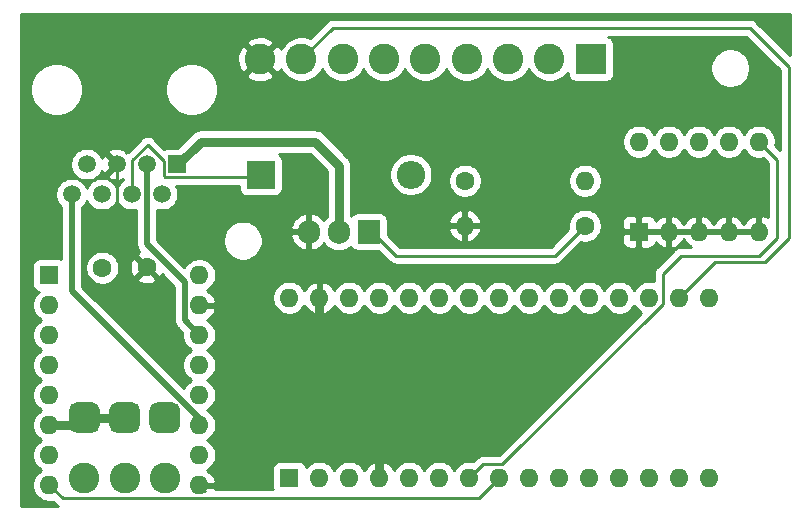
<source format=gbr>
%TF.GenerationSoftware,KiCad,Pcbnew,(5.1.9-0-10_14)*%
%TF.CreationDate,2021-03-28T23:18:51-04:00*%
%TF.ProjectId,shademaker,73686164-656d-4616-9b65-722e6b696361,rev?*%
%TF.SameCoordinates,Original*%
%TF.FileFunction,Copper,L2,Bot*%
%TF.FilePolarity,Positive*%
%FSLAX46Y46*%
G04 Gerber Fmt 4.6, Leading zero omitted, Abs format (unit mm)*
G04 Created by KiCad (PCBNEW (5.1.9-0-10_14)) date 2021-03-28 23:18:51*
%MOMM*%
%LPD*%
G01*
G04 APERTURE LIST*
%TA.AperFunction,ComponentPad*%
%ADD10O,1.600000X1.600000*%
%TD*%
%TA.AperFunction,ComponentPad*%
%ADD11R,1.600000X1.600000*%
%TD*%
%TA.AperFunction,ComponentPad*%
%ADD12C,1.600000*%
%TD*%
%TA.AperFunction,ComponentPad*%
%ADD13C,2.600000*%
%TD*%
%TA.AperFunction,ComponentPad*%
%ADD14R,2.600000X2.600000*%
%TD*%
%TA.AperFunction,ComponentPad*%
%ADD15C,1.500000*%
%TD*%
%TA.AperFunction,ComponentPad*%
%ADD16R,1.500000X1.500000*%
%TD*%
%TA.AperFunction,ComponentPad*%
%ADD17O,1.905000X2.000000*%
%TD*%
%TA.AperFunction,ComponentPad*%
%ADD18R,1.905000X2.000000*%
%TD*%
%TA.AperFunction,ComponentPad*%
%ADD19O,2.400000X2.400000*%
%TD*%
%TA.AperFunction,ComponentPad*%
%ADD20R,2.400000X2.400000*%
%TD*%
%TA.AperFunction,Conductor*%
%ADD21C,0.250000*%
%TD*%
%TA.AperFunction,Conductor*%
%ADD22C,0.800000*%
%TD*%
%TA.AperFunction,Conductor*%
%ADD23C,0.500000*%
%TD*%
%TA.AperFunction,Conductor*%
%ADD24C,0.254000*%
%TD*%
%TA.AperFunction,Conductor*%
%ADD25C,0.100000*%
%TD*%
G04 APERTURE END LIST*
D10*
%TO.P,SW1,10*%
%TO.N,I2C_0*%
X176276000Y-89662000D03*
%TO.P,SW1,5*%
%TO.N,GND*%
X186436000Y-97282000D03*
%TO.P,SW1,9*%
%TO.N,I2C_1*%
X178816000Y-89662000D03*
%TO.P,SW1,4*%
%TO.N,GND*%
X183896000Y-97282000D03*
%TO.P,SW1,8*%
%TO.N,I2C_2*%
X181356000Y-89662000D03*
%TO.P,SW1,3*%
%TO.N,GND*%
X181356000Y-97282000D03*
%TO.P,SW1,7*%
%TO.N,I2C_3*%
X183896000Y-89662000D03*
%TO.P,SW1,2*%
%TO.N,GND*%
X178816000Y-97282000D03*
%TO.P,SW1,6*%
%TO.N,I2C_4*%
X186436000Y-89662000D03*
D11*
%TO.P,SW1,1*%
%TO.N,GND*%
X176276000Y-97282000D03*
%TD*%
D10*
%TO.P,R1,2*%
%TO.N,GND*%
X161544000Y-96774000D03*
D12*
%TO.P,R1,1*%
%TO.N,Net-(Q1-Pad1)*%
X171704000Y-96774000D03*
%TD*%
D10*
%TO.P,ARDUINO1,16*%
%TO.N,I2C_3*%
X182245000Y-102870000D03*
%TO.P,ARDUINO1,15*%
%TO.N,I2C_2*%
X182245000Y-118110000D03*
%TO.P,ARDUINO1,30*%
%TO.N,Net-(ARDUINO1-Pad30)*%
X146685000Y-102870000D03*
%TO.P,ARDUINO1,14*%
%TO.N,I2C_1*%
X179705000Y-118110000D03*
%TO.P,ARDUINO1,29*%
%TO.N,GND*%
X149225000Y-102870000D03*
%TO.P,ARDUINO1,13*%
%TO.N,I2C_0*%
X177165000Y-118110000D03*
%TO.P,ARDUINO1,28*%
%TO.N,Net-(ARDUINO1-Pad28)*%
X151765000Y-102870000D03*
%TO.P,ARDUINO1,12*%
%TO.N,Net-(ARDUINO1-Pad12)*%
X174625000Y-118110000D03*
%TO.P,ARDUINO1,27*%
%TO.N,+5V*%
X154305000Y-102870000D03*
%TO.P,ARDUINO1,11*%
%TO.N,STEPPER_EN*%
X172085000Y-118110000D03*
%TO.P,ARDUINO1,26*%
%TO.N,Net-(ARDUINO1-Pad26)*%
X156845000Y-102870000D03*
%TO.P,ARDUINO1,10*%
%TO.N,AUTO*%
X169545000Y-118110000D03*
%TO.P,ARDUINO1,25*%
%TO.N,Net-(ARDUINO1-Pad25)*%
X159385000Y-102870000D03*
%TO.P,ARDUINO1,9*%
%TO.N,SOLENOID_PWM*%
X167005000Y-118110000D03*
%TO.P,ARDUINO1,24*%
%TO.N,I2C_SCL*%
X161925000Y-102870000D03*
%TO.P,ARDUINO1,8*%
%TO.N,STEPPER_DIR*%
X164465000Y-118110000D03*
%TO.P,ARDUINO1,23*%
%TO.N,I2C_SDA*%
X164465000Y-102870000D03*
%TO.P,ARDUINO1,7*%
%TO.N,I2C_4*%
X161925000Y-118110000D03*
%TO.P,ARDUINO1,22*%
%TO.N,Net-(ARDUINO1-Pad22)*%
X167005000Y-102870000D03*
%TO.P,ARDUINO1,6*%
%TO.N,Net-(ARDUINO1-Pad6)*%
X159385000Y-118110000D03*
%TO.P,ARDUINO1,21*%
%TO.N,Net-(ARDUINO1-Pad21)*%
X169545000Y-102870000D03*
%TO.P,ARDUINO1,5*%
%TO.N,STEPPER_STEP*%
X156845000Y-118110000D03*
%TO.P,ARDUINO1,20*%
%TO.N,DOWN*%
X172085000Y-102870000D03*
%TO.P,ARDUINO1,4*%
%TO.N,GND*%
X154305000Y-118110000D03*
%TO.P,ARDUINO1,19*%
%TO.N,UP*%
X174625000Y-102870000D03*
%TO.P,ARDUINO1,3*%
%TO.N,Net-(ARDUINO1-Pad3)*%
X151765000Y-118110000D03*
%TO.P,ARDUINO1,18*%
%TO.N,Net-(ARDUINO1-Pad18)*%
X177165000Y-102870000D03*
%TO.P,ARDUINO1,2*%
%TO.N,Net-(ARDUINO1-Pad2)*%
X149225000Y-118110000D03*
%TO.P,ARDUINO1,17*%
%TO.N,3.3v*%
X179705000Y-102870000D03*
D11*
%TO.P,ARDUINO1,1*%
%TO.N,Net-(ARDUINO1-Pad1)*%
X146685000Y-118110000D03*
%TD*%
D13*
%TO.P,SCREW1,9*%
%TO.N,GND*%
X144212000Y-82677000D03*
%TO.P,SCREW1,8*%
%TO.N,3.3v*%
X147712000Y-82677000D03*
%TO.P,SCREW1,7*%
%TO.N,+5V*%
X151212000Y-82677000D03*
%TO.P,SCREW1,6*%
%TO.N,SOLENOID+*%
X154712000Y-82677000D03*
%TO.P,SCREW1,5*%
%TO.N,I2C_SCL*%
X158212000Y-82677000D03*
%TO.P,SCREW1,4*%
%TO.N,I2C_SDA*%
X161712000Y-82677000D03*
%TO.P,SCREW1,3*%
%TO.N,AUTO*%
X165212000Y-82677000D03*
%TO.P,SCREW1,2*%
%TO.N,DOWN*%
X168712000Y-82677000D03*
D14*
%TO.P,SCREW1,1*%
%TO.N,UP*%
X172212000Y-82677000D03*
%TD*%
D10*
%TO.P,STEPPER1,16*%
%TO.N,SOLENOID+*%
X139065000Y-100965000D03*
%TO.P,STEPPER1,8*%
%TO.N,STEPPER_DIR*%
X126365000Y-118745000D03*
%TO.P,STEPPER1,15*%
%TO.N,GND*%
X139065000Y-103505000D03*
%TO.P,STEPPER1,7*%
%TO.N,STEPPER_STEP*%
X126365000Y-116205000D03*
%TO.P,STEPPER1,14*%
%TO.N,STEPPER_2A(cat5greenwhite)*%
X139065000Y-106045000D03*
%TO.P,STEPPER1,6*%
%TO.N,+5V*%
X126365000Y-113665000D03*
%TO.P,STEPPER1,13*%
%TO.N,STEPPER_1A(cat5green)*%
X139065000Y-108585000D03*
%TO.P,STEPPER1,5*%
%TO.N,+5V*%
X126365000Y-111125000D03*
%TO.P,STEPPER1,12*%
%TO.N,STEPPER_1B(cat5brownwhite)*%
X139065000Y-111125000D03*
%TO.P,STEPPER1,4*%
%TO.N,STEPPER_M2*%
X126365000Y-108585000D03*
%TO.P,STEPPER1,11*%
%TO.N,STEPPER_2B(browncat5)*%
X139065000Y-113665000D03*
%TO.P,STEPPER1,3*%
%TO.N,STEPPER_M1*%
X126365000Y-106045000D03*
%TO.P,STEPPER1,10*%
%TO.N,Net-(STEPPER1-Pad10)*%
X139065000Y-116205000D03*
%TO.P,STEPPER1,2*%
%TO.N,STEPPER_M0*%
X126365000Y-103505000D03*
%TO.P,STEPPER1,9*%
%TO.N,GND*%
X139065000Y-118745000D03*
D11*
%TO.P,STEPPER1,1*%
%TO.N,STEPPER_EN*%
X126365000Y-100965000D03*
%TD*%
D10*
%TO.P,R2,2*%
%TO.N,Net-(Q1-Pad1)*%
X171704000Y-92964000D03*
D12*
%TO.P,R2,1*%
%TO.N,SOLENOID_PWM*%
X161544000Y-92964000D03*
%TD*%
D15*
%TO.P,RJ45,8*%
%TO.N,STEPPER_2B(browncat5)*%
X128270000Y-94107000D03*
%TO.P,RJ45,7*%
%TO.N,STEPPER_1B(cat5brownwhite)*%
X129540000Y-91567000D03*
%TO.P,RJ45,6*%
%TO.N,STEPPER_1A(cat5green)*%
X130810000Y-94107000D03*
%TO.P,RJ45,5*%
%TO.N,GND*%
X132080000Y-91567000D03*
%TO.P,RJ45,4*%
%TO.N,STOP_SWITCH*%
X133350000Y-94107000D03*
%TO.P,RJ45,3*%
%TO.N,STEPPER_2A(cat5greenwhite)*%
X134620000Y-91567000D03*
%TO.P,RJ45,2*%
%TO.N,SOLENOID+*%
X135890000Y-94107000D03*
D16*
%TO.P,RJ45,1*%
%TO.N,SOLENOID-*%
X137160000Y-91567000D03*
%TD*%
D12*
%TO.P,C1,2*%
%TO.N,GND*%
X134594600Y-100304600D03*
%TO.P,C1,1*%
%TO.N,SOLENOID+*%
X130860800Y-100330000D03*
%TD*%
D13*
%TO.P,M2,2*%
%TO.N,STEPPER_M2*%
X129336800Y-118110000D03*
%TO.P,M2,1*%
%TO.N,+5V*%
%TA.AperFunction,ComponentPad*%
G36*
G01*
X128686800Y-111730000D02*
X129986800Y-111730000D01*
G75*
G02*
X130636800Y-112380000I0J-650000D01*
G01*
X130636800Y-113680000D01*
G75*
G02*
X129986800Y-114330000I-650000J0D01*
G01*
X128686800Y-114330000D01*
G75*
G02*
X128036800Y-113680000I0J650000D01*
G01*
X128036800Y-112380000D01*
G75*
G02*
X128686800Y-111730000I650000J0D01*
G01*
G37*
%TD.AperFunction*%
%TD*%
%TO.P,M1,2*%
%TO.N,STEPPER_M1*%
X132740400Y-118110000D03*
%TO.P,M1,1*%
%TO.N,+5V*%
%TA.AperFunction,ComponentPad*%
G36*
G01*
X132090400Y-111730000D02*
X133390400Y-111730000D01*
G75*
G02*
X134040400Y-112380000I0J-650000D01*
G01*
X134040400Y-113680000D01*
G75*
G02*
X133390400Y-114330000I-650000J0D01*
G01*
X132090400Y-114330000D01*
G75*
G02*
X131440400Y-113680000I0J650000D01*
G01*
X131440400Y-112380000D01*
G75*
G02*
X132090400Y-111730000I650000J0D01*
G01*
G37*
%TD.AperFunction*%
%TD*%
%TO.P,MO1,2*%
%TO.N,STEPPER_M0*%
X136144000Y-118110000D03*
%TO.P,MO1,1*%
%TO.N,+5V*%
%TA.AperFunction,ComponentPad*%
G36*
G01*
X135494000Y-111730000D02*
X136794000Y-111730000D01*
G75*
G02*
X137444000Y-112380000I0J-650000D01*
G01*
X137444000Y-113680000D01*
G75*
G02*
X136794000Y-114330000I-650000J0D01*
G01*
X135494000Y-114330000D01*
G75*
G02*
X134844000Y-113680000I0J650000D01*
G01*
X134844000Y-112380000D01*
G75*
G02*
X135494000Y-111730000I650000J0D01*
G01*
G37*
%TD.AperFunction*%
%TD*%
D17*
%TO.P,Q1,3*%
%TO.N,GND*%
X148336000Y-97282000D03*
%TO.P,Q1,2*%
%TO.N,SOLENOID-*%
X150876000Y-97282000D03*
D18*
%TO.P,Q1,1*%
%TO.N,Net-(Q1-Pad1)*%
X153416000Y-97282000D03*
%TD*%
D19*
%TO.P,D1,2*%
%TO.N,Net-(ARDUINO1-Pad12)*%
X156972000Y-92456000D03*
D20*
%TO.P,D1,1*%
%TO.N,STOP_SWITCH*%
X144272000Y-92456000D03*
%TD*%
D21*
%TO.N,GND*%
X139065000Y-118745000D02*
X139555001Y-119235001D01*
D22*
X149225000Y-102870000D02*
X149225000Y-109093000D01*
X154305000Y-114173000D02*
X154305000Y-118110000D01*
X149225000Y-109093000D02*
X154305000Y-114173000D01*
D21*
X132080000Y-91567000D02*
X132080000Y-97790000D01*
X132080000Y-97790000D02*
X134594600Y-100304600D01*
D22*
%TO.N,+5V*%
X128701800Y-113665000D02*
X129336800Y-113030000D01*
X126365000Y-113665000D02*
X128701800Y-113665000D01*
X129336800Y-113030000D02*
X132740400Y-113030000D01*
D21*
%TO.N,STEPPER_DIR*%
X162704999Y-119870001D02*
X164465000Y-118110000D01*
X127490001Y-119870001D02*
X162704999Y-119870001D01*
X126365000Y-118745000D02*
X127490001Y-119870001D01*
%TO.N,STOP_SWITCH*%
X144085999Y-92642001D02*
X144272000Y-92456000D01*
X136149999Y-92642001D02*
X144085999Y-92642001D01*
X136084999Y-92577001D02*
X136149999Y-92642001D01*
X136084999Y-91321001D02*
X136084999Y-92577001D01*
X133350000Y-91245998D02*
X134679998Y-89916000D01*
X134679998Y-89916000D02*
X136084999Y-91321001D01*
X133350000Y-94107000D02*
X133350000Y-91245998D01*
D23*
%TO.N,STEPPER_2B(browncat5)*%
X139065000Y-113095350D02*
X139065000Y-113665000D01*
X128270000Y-102300350D02*
X139065000Y-113095350D01*
X128270000Y-94107000D02*
X128270000Y-102300350D01*
%TO.N,STEPPER_2A(cat5greenwhite)*%
X137814999Y-104794999D02*
X139065000Y-106045000D01*
X137814999Y-101565001D02*
X137814999Y-104794999D01*
X134620000Y-98370002D02*
X137814999Y-101565001D01*
X134620000Y-91567000D02*
X134620000Y-98370002D01*
D22*
%TO.N,SOLENOID-*%
X139192000Y-89662000D02*
X148844000Y-89662000D01*
X137287000Y-91567000D02*
X139192000Y-89662000D01*
X150876000Y-91694000D02*
X150876000Y-97282000D01*
X148844000Y-89662000D02*
X150876000Y-91694000D01*
X137160000Y-91567000D02*
X137287000Y-91567000D01*
D21*
%TO.N,Net-(Q1-Pad1)*%
X153416000Y-97282000D02*
X153670000Y-97282000D01*
X153670000Y-97282000D02*
X155702000Y-99314000D01*
X169164000Y-99314000D02*
X171704000Y-96774000D01*
X155702000Y-99314000D02*
X169164000Y-99314000D01*
%TO.N,3.3v*%
X180830001Y-101744999D02*
X179705000Y-102870000D01*
X188976000Y-97790000D02*
X186944000Y-99822000D01*
X186944000Y-99822000D02*
X182753000Y-99822000D01*
X147712000Y-82677000D02*
X150379000Y-80010000D01*
X188976000Y-83312000D02*
X188976000Y-97790000D01*
X182753000Y-99822000D02*
X179705000Y-102870000D01*
X185674000Y-80010000D02*
X188976000Y-83312000D01*
X150379000Y-80010000D02*
X185674000Y-80010000D01*
%TO.N,I2C_4*%
X179832000Y-99314000D02*
X186436000Y-99314000D01*
X178290001Y-100855999D02*
X179832000Y-99314000D01*
X178290001Y-103410001D02*
X178290001Y-100855999D01*
X186436000Y-99314000D02*
X187960000Y-97790000D01*
X164715003Y-116984999D02*
X178290001Y-103410001D01*
X187960000Y-97790000D02*
X187960000Y-91186000D01*
X163050001Y-116984999D02*
X164715003Y-116984999D01*
X187960000Y-91186000D02*
X186436000Y-89662000D01*
X161925000Y-118110000D02*
X163050001Y-116984999D01*
%TD*%
D24*
%TO.N,GND*%
X189103000Y-82364198D02*
X186237804Y-79499003D01*
X186214001Y-79469999D01*
X186098276Y-79375026D01*
X185966247Y-79304454D01*
X185822986Y-79260997D01*
X185711333Y-79250000D01*
X185711322Y-79250000D01*
X185674000Y-79246324D01*
X185636678Y-79250000D01*
X150416333Y-79250000D01*
X150379000Y-79246323D01*
X150341667Y-79250000D01*
X150230014Y-79260997D01*
X150086753Y-79304454D01*
X149954724Y-79375026D01*
X149838999Y-79469999D01*
X149815201Y-79498997D01*
X148432986Y-80881213D01*
X148276419Y-80816361D01*
X147902581Y-80742000D01*
X147521419Y-80742000D01*
X147147581Y-80816361D01*
X146795434Y-80962225D01*
X146478509Y-81173987D01*
X146208987Y-81443509D01*
X145997225Y-81760434D01*
X145963967Y-81840725D01*
X145856312Y-81639317D01*
X145561224Y-81507381D01*
X144391605Y-82677000D01*
X145561224Y-83846619D01*
X145856312Y-83714683D01*
X145960952Y-83505995D01*
X145997225Y-83593566D01*
X146208987Y-83910491D01*
X146478509Y-84180013D01*
X146795434Y-84391775D01*
X147147581Y-84537639D01*
X147521419Y-84612000D01*
X147902581Y-84612000D01*
X148276419Y-84537639D01*
X148628566Y-84391775D01*
X148945491Y-84180013D01*
X149215013Y-83910491D01*
X149426775Y-83593566D01*
X149462000Y-83508525D01*
X149497225Y-83593566D01*
X149708987Y-83910491D01*
X149978509Y-84180013D01*
X150295434Y-84391775D01*
X150647581Y-84537639D01*
X151021419Y-84612000D01*
X151402581Y-84612000D01*
X151776419Y-84537639D01*
X152128566Y-84391775D01*
X152445491Y-84180013D01*
X152715013Y-83910491D01*
X152926775Y-83593566D01*
X152962000Y-83508525D01*
X152997225Y-83593566D01*
X153208987Y-83910491D01*
X153478509Y-84180013D01*
X153795434Y-84391775D01*
X154147581Y-84537639D01*
X154521419Y-84612000D01*
X154902581Y-84612000D01*
X155276419Y-84537639D01*
X155628566Y-84391775D01*
X155945491Y-84180013D01*
X156215013Y-83910491D01*
X156426775Y-83593566D01*
X156462000Y-83508525D01*
X156497225Y-83593566D01*
X156708987Y-83910491D01*
X156978509Y-84180013D01*
X157295434Y-84391775D01*
X157647581Y-84537639D01*
X158021419Y-84612000D01*
X158402581Y-84612000D01*
X158776419Y-84537639D01*
X159128566Y-84391775D01*
X159445491Y-84180013D01*
X159715013Y-83910491D01*
X159926775Y-83593566D01*
X159962000Y-83508525D01*
X159997225Y-83593566D01*
X160208987Y-83910491D01*
X160478509Y-84180013D01*
X160795434Y-84391775D01*
X161147581Y-84537639D01*
X161521419Y-84612000D01*
X161902581Y-84612000D01*
X162276419Y-84537639D01*
X162628566Y-84391775D01*
X162945491Y-84180013D01*
X163215013Y-83910491D01*
X163426775Y-83593566D01*
X163462000Y-83508525D01*
X163497225Y-83593566D01*
X163708987Y-83910491D01*
X163978509Y-84180013D01*
X164295434Y-84391775D01*
X164647581Y-84537639D01*
X165021419Y-84612000D01*
X165402581Y-84612000D01*
X165776419Y-84537639D01*
X166128566Y-84391775D01*
X166445491Y-84180013D01*
X166715013Y-83910491D01*
X166926775Y-83593566D01*
X166962000Y-83508525D01*
X166997225Y-83593566D01*
X167208987Y-83910491D01*
X167478509Y-84180013D01*
X167795434Y-84391775D01*
X168147581Y-84537639D01*
X168521419Y-84612000D01*
X168902581Y-84612000D01*
X169276419Y-84537639D01*
X169628566Y-84391775D01*
X169945491Y-84180013D01*
X170215013Y-83910491D01*
X170273928Y-83822318D01*
X170273928Y-83977000D01*
X170286188Y-84101482D01*
X170322498Y-84221180D01*
X170381463Y-84331494D01*
X170460815Y-84428185D01*
X170557506Y-84507537D01*
X170667820Y-84566502D01*
X170787518Y-84602812D01*
X170912000Y-84615072D01*
X173512000Y-84615072D01*
X173636482Y-84602812D01*
X173756180Y-84566502D01*
X173866494Y-84507537D01*
X173963185Y-84428185D01*
X174042537Y-84331494D01*
X174101502Y-84221180D01*
X174137812Y-84101482D01*
X174150072Y-83977000D01*
X174150072Y-83273042D01*
X182338000Y-83273042D01*
X182338000Y-83604958D01*
X182402754Y-83930496D01*
X182529772Y-84237147D01*
X182714175Y-84513125D01*
X182948875Y-84747825D01*
X183224853Y-84932228D01*
X183531504Y-85059246D01*
X183857042Y-85124000D01*
X184188958Y-85124000D01*
X184514496Y-85059246D01*
X184821147Y-84932228D01*
X185097125Y-84747825D01*
X185331825Y-84513125D01*
X185516228Y-84237147D01*
X185643246Y-83930496D01*
X185708000Y-83604958D01*
X185708000Y-83273042D01*
X185643246Y-82947504D01*
X185516228Y-82640853D01*
X185331825Y-82364875D01*
X185097125Y-82130175D01*
X184821147Y-81945772D01*
X184514496Y-81818754D01*
X184188958Y-81754000D01*
X183857042Y-81754000D01*
X183531504Y-81818754D01*
X183224853Y-81945772D01*
X182948875Y-82130175D01*
X182714175Y-82364875D01*
X182529772Y-82640853D01*
X182402754Y-82947504D01*
X182338000Y-83273042D01*
X174150072Y-83273042D01*
X174150072Y-81377000D01*
X174137812Y-81252518D01*
X174101502Y-81132820D01*
X174042537Y-81022506D01*
X173963185Y-80925815D01*
X173866494Y-80846463D01*
X173756180Y-80787498D01*
X173698497Y-80770000D01*
X185359199Y-80770000D01*
X188216000Y-83626802D01*
X188216000Y-90367198D01*
X187834688Y-89985886D01*
X187871000Y-89803335D01*
X187871000Y-89520665D01*
X187815853Y-89243426D01*
X187707680Y-88982273D01*
X187550637Y-88747241D01*
X187350759Y-88547363D01*
X187115727Y-88390320D01*
X186854574Y-88282147D01*
X186577335Y-88227000D01*
X186294665Y-88227000D01*
X186017426Y-88282147D01*
X185756273Y-88390320D01*
X185521241Y-88547363D01*
X185321363Y-88747241D01*
X185166000Y-88979759D01*
X185010637Y-88747241D01*
X184810759Y-88547363D01*
X184575727Y-88390320D01*
X184314574Y-88282147D01*
X184037335Y-88227000D01*
X183754665Y-88227000D01*
X183477426Y-88282147D01*
X183216273Y-88390320D01*
X182981241Y-88547363D01*
X182781363Y-88747241D01*
X182626000Y-88979759D01*
X182470637Y-88747241D01*
X182270759Y-88547363D01*
X182035727Y-88390320D01*
X181774574Y-88282147D01*
X181497335Y-88227000D01*
X181214665Y-88227000D01*
X180937426Y-88282147D01*
X180676273Y-88390320D01*
X180441241Y-88547363D01*
X180241363Y-88747241D01*
X180086000Y-88979759D01*
X179930637Y-88747241D01*
X179730759Y-88547363D01*
X179495727Y-88390320D01*
X179234574Y-88282147D01*
X178957335Y-88227000D01*
X178674665Y-88227000D01*
X178397426Y-88282147D01*
X178136273Y-88390320D01*
X177901241Y-88547363D01*
X177701363Y-88747241D01*
X177546000Y-88979759D01*
X177390637Y-88747241D01*
X177190759Y-88547363D01*
X176955727Y-88390320D01*
X176694574Y-88282147D01*
X176417335Y-88227000D01*
X176134665Y-88227000D01*
X175857426Y-88282147D01*
X175596273Y-88390320D01*
X175361241Y-88547363D01*
X175161363Y-88747241D01*
X175004320Y-88982273D01*
X174896147Y-89243426D01*
X174841000Y-89520665D01*
X174841000Y-89803335D01*
X174896147Y-90080574D01*
X175004320Y-90341727D01*
X175161363Y-90576759D01*
X175361241Y-90776637D01*
X175596273Y-90933680D01*
X175857426Y-91041853D01*
X176134665Y-91097000D01*
X176417335Y-91097000D01*
X176694574Y-91041853D01*
X176955727Y-90933680D01*
X177190759Y-90776637D01*
X177390637Y-90576759D01*
X177546000Y-90344241D01*
X177701363Y-90576759D01*
X177901241Y-90776637D01*
X178136273Y-90933680D01*
X178397426Y-91041853D01*
X178674665Y-91097000D01*
X178957335Y-91097000D01*
X179234574Y-91041853D01*
X179495727Y-90933680D01*
X179730759Y-90776637D01*
X179930637Y-90576759D01*
X180086000Y-90344241D01*
X180241363Y-90576759D01*
X180441241Y-90776637D01*
X180676273Y-90933680D01*
X180937426Y-91041853D01*
X181214665Y-91097000D01*
X181497335Y-91097000D01*
X181774574Y-91041853D01*
X182035727Y-90933680D01*
X182270759Y-90776637D01*
X182470637Y-90576759D01*
X182626000Y-90344241D01*
X182781363Y-90576759D01*
X182981241Y-90776637D01*
X183216273Y-90933680D01*
X183477426Y-91041853D01*
X183754665Y-91097000D01*
X184037335Y-91097000D01*
X184314574Y-91041853D01*
X184575727Y-90933680D01*
X184810759Y-90776637D01*
X185010637Y-90576759D01*
X185166000Y-90344241D01*
X185321363Y-90576759D01*
X185521241Y-90776637D01*
X185756273Y-90933680D01*
X186017426Y-91041853D01*
X186294665Y-91097000D01*
X186577335Y-91097000D01*
X186759886Y-91060688D01*
X187200001Y-91500804D01*
X187200000Y-96070666D01*
X187173420Y-96050963D01*
X186919087Y-95930754D01*
X186785039Y-95890096D01*
X186563000Y-96012085D01*
X186563000Y-97155000D01*
X186583000Y-97155000D01*
X186583000Y-97409000D01*
X186563000Y-97409000D01*
X186563000Y-97429000D01*
X186309000Y-97429000D01*
X186309000Y-97409000D01*
X184023000Y-97409000D01*
X184023000Y-97429000D01*
X183769000Y-97429000D01*
X183769000Y-97409000D01*
X181483000Y-97409000D01*
X181483000Y-97429000D01*
X181229000Y-97429000D01*
X181229000Y-97409000D01*
X178943000Y-97409000D01*
X178943000Y-98551915D01*
X179165039Y-98673904D01*
X179299087Y-98633246D01*
X179553420Y-98513037D01*
X179779414Y-98345519D01*
X179968385Y-98137131D01*
X180086000Y-97941018D01*
X180203615Y-98137131D01*
X180392586Y-98345519D01*
X180618580Y-98513037D01*
X180705248Y-98554000D01*
X179869323Y-98554000D01*
X179832000Y-98550324D01*
X179794677Y-98554000D01*
X179794667Y-98554000D01*
X179683014Y-98564997D01*
X179539753Y-98608454D01*
X179407723Y-98679026D01*
X179357709Y-98720072D01*
X179291999Y-98773999D01*
X179268201Y-98802997D01*
X177778999Y-100292200D01*
X177750001Y-100315998D01*
X177726203Y-100344996D01*
X177726202Y-100344997D01*
X177655027Y-100431723D01*
X177584455Y-100563753D01*
X177540999Y-100707014D01*
X177526325Y-100855999D01*
X177530002Y-100893331D01*
X177530002Y-101479491D01*
X177306335Y-101435000D01*
X177023665Y-101435000D01*
X176746426Y-101490147D01*
X176485273Y-101598320D01*
X176250241Y-101755363D01*
X176050363Y-101955241D01*
X175895000Y-102187759D01*
X175739637Y-101955241D01*
X175539759Y-101755363D01*
X175304727Y-101598320D01*
X175043574Y-101490147D01*
X174766335Y-101435000D01*
X174483665Y-101435000D01*
X174206426Y-101490147D01*
X173945273Y-101598320D01*
X173710241Y-101755363D01*
X173510363Y-101955241D01*
X173355000Y-102187759D01*
X173199637Y-101955241D01*
X172999759Y-101755363D01*
X172764727Y-101598320D01*
X172503574Y-101490147D01*
X172226335Y-101435000D01*
X171943665Y-101435000D01*
X171666426Y-101490147D01*
X171405273Y-101598320D01*
X171170241Y-101755363D01*
X170970363Y-101955241D01*
X170815000Y-102187759D01*
X170659637Y-101955241D01*
X170459759Y-101755363D01*
X170224727Y-101598320D01*
X169963574Y-101490147D01*
X169686335Y-101435000D01*
X169403665Y-101435000D01*
X169126426Y-101490147D01*
X168865273Y-101598320D01*
X168630241Y-101755363D01*
X168430363Y-101955241D01*
X168275000Y-102187759D01*
X168119637Y-101955241D01*
X167919759Y-101755363D01*
X167684727Y-101598320D01*
X167423574Y-101490147D01*
X167146335Y-101435000D01*
X166863665Y-101435000D01*
X166586426Y-101490147D01*
X166325273Y-101598320D01*
X166090241Y-101755363D01*
X165890363Y-101955241D01*
X165735000Y-102187759D01*
X165579637Y-101955241D01*
X165379759Y-101755363D01*
X165144727Y-101598320D01*
X164883574Y-101490147D01*
X164606335Y-101435000D01*
X164323665Y-101435000D01*
X164046426Y-101490147D01*
X163785273Y-101598320D01*
X163550241Y-101755363D01*
X163350363Y-101955241D01*
X163195000Y-102187759D01*
X163039637Y-101955241D01*
X162839759Y-101755363D01*
X162604727Y-101598320D01*
X162343574Y-101490147D01*
X162066335Y-101435000D01*
X161783665Y-101435000D01*
X161506426Y-101490147D01*
X161245273Y-101598320D01*
X161010241Y-101755363D01*
X160810363Y-101955241D01*
X160655000Y-102187759D01*
X160499637Y-101955241D01*
X160299759Y-101755363D01*
X160064727Y-101598320D01*
X159803574Y-101490147D01*
X159526335Y-101435000D01*
X159243665Y-101435000D01*
X158966426Y-101490147D01*
X158705273Y-101598320D01*
X158470241Y-101755363D01*
X158270363Y-101955241D01*
X158115000Y-102187759D01*
X157959637Y-101955241D01*
X157759759Y-101755363D01*
X157524727Y-101598320D01*
X157263574Y-101490147D01*
X156986335Y-101435000D01*
X156703665Y-101435000D01*
X156426426Y-101490147D01*
X156165273Y-101598320D01*
X155930241Y-101755363D01*
X155730363Y-101955241D01*
X155575000Y-102187759D01*
X155419637Y-101955241D01*
X155219759Y-101755363D01*
X154984727Y-101598320D01*
X154723574Y-101490147D01*
X154446335Y-101435000D01*
X154163665Y-101435000D01*
X153886426Y-101490147D01*
X153625273Y-101598320D01*
X153390241Y-101755363D01*
X153190363Y-101955241D01*
X153035000Y-102187759D01*
X152879637Y-101955241D01*
X152679759Y-101755363D01*
X152444727Y-101598320D01*
X152183574Y-101490147D01*
X151906335Y-101435000D01*
X151623665Y-101435000D01*
X151346426Y-101490147D01*
X151085273Y-101598320D01*
X150850241Y-101755363D01*
X150650363Y-101955241D01*
X150493320Y-102190273D01*
X150488933Y-102200865D01*
X150377385Y-102014869D01*
X150188414Y-101806481D01*
X149962420Y-101638963D01*
X149708087Y-101518754D01*
X149574039Y-101478096D01*
X149352000Y-101600085D01*
X149352000Y-102743000D01*
X149372000Y-102743000D01*
X149372000Y-102997000D01*
X149352000Y-102997000D01*
X149352000Y-104139915D01*
X149574039Y-104261904D01*
X149708087Y-104221246D01*
X149962420Y-104101037D01*
X150188414Y-103933519D01*
X150377385Y-103725131D01*
X150488933Y-103539135D01*
X150493320Y-103549727D01*
X150650363Y-103784759D01*
X150850241Y-103984637D01*
X151085273Y-104141680D01*
X151346426Y-104249853D01*
X151623665Y-104305000D01*
X151906335Y-104305000D01*
X152183574Y-104249853D01*
X152444727Y-104141680D01*
X152679759Y-103984637D01*
X152879637Y-103784759D01*
X153035000Y-103552241D01*
X153190363Y-103784759D01*
X153390241Y-103984637D01*
X153625273Y-104141680D01*
X153886426Y-104249853D01*
X154163665Y-104305000D01*
X154446335Y-104305000D01*
X154723574Y-104249853D01*
X154984727Y-104141680D01*
X155219759Y-103984637D01*
X155419637Y-103784759D01*
X155575000Y-103552241D01*
X155730363Y-103784759D01*
X155930241Y-103984637D01*
X156165273Y-104141680D01*
X156426426Y-104249853D01*
X156703665Y-104305000D01*
X156986335Y-104305000D01*
X157263574Y-104249853D01*
X157524727Y-104141680D01*
X157759759Y-103984637D01*
X157959637Y-103784759D01*
X158115000Y-103552241D01*
X158270363Y-103784759D01*
X158470241Y-103984637D01*
X158705273Y-104141680D01*
X158966426Y-104249853D01*
X159243665Y-104305000D01*
X159526335Y-104305000D01*
X159803574Y-104249853D01*
X160064727Y-104141680D01*
X160299759Y-103984637D01*
X160499637Y-103784759D01*
X160655000Y-103552241D01*
X160810363Y-103784759D01*
X161010241Y-103984637D01*
X161245273Y-104141680D01*
X161506426Y-104249853D01*
X161783665Y-104305000D01*
X162066335Y-104305000D01*
X162343574Y-104249853D01*
X162604727Y-104141680D01*
X162839759Y-103984637D01*
X163039637Y-103784759D01*
X163195000Y-103552241D01*
X163350363Y-103784759D01*
X163550241Y-103984637D01*
X163785273Y-104141680D01*
X164046426Y-104249853D01*
X164323665Y-104305000D01*
X164606335Y-104305000D01*
X164883574Y-104249853D01*
X165144727Y-104141680D01*
X165379759Y-103984637D01*
X165579637Y-103784759D01*
X165735000Y-103552241D01*
X165890363Y-103784759D01*
X166090241Y-103984637D01*
X166325273Y-104141680D01*
X166586426Y-104249853D01*
X166863665Y-104305000D01*
X167146335Y-104305000D01*
X167423574Y-104249853D01*
X167684727Y-104141680D01*
X167919759Y-103984637D01*
X168119637Y-103784759D01*
X168275000Y-103552241D01*
X168430363Y-103784759D01*
X168630241Y-103984637D01*
X168865273Y-104141680D01*
X169126426Y-104249853D01*
X169403665Y-104305000D01*
X169686335Y-104305000D01*
X169963574Y-104249853D01*
X170224727Y-104141680D01*
X170459759Y-103984637D01*
X170659637Y-103784759D01*
X170815000Y-103552241D01*
X170970363Y-103784759D01*
X171170241Y-103984637D01*
X171405273Y-104141680D01*
X171666426Y-104249853D01*
X171943665Y-104305000D01*
X172226335Y-104305000D01*
X172503574Y-104249853D01*
X172764727Y-104141680D01*
X172999759Y-103984637D01*
X173199637Y-103784759D01*
X173355000Y-103552241D01*
X173510363Y-103784759D01*
X173710241Y-103984637D01*
X173945273Y-104141680D01*
X174206426Y-104249853D01*
X174483665Y-104305000D01*
X174766335Y-104305000D01*
X175043574Y-104249853D01*
X175304727Y-104141680D01*
X175539759Y-103984637D01*
X175739637Y-103784759D01*
X175895000Y-103552241D01*
X176050363Y-103784759D01*
X176250241Y-103984637D01*
X176484222Y-104140978D01*
X164400202Y-116224999D01*
X163087326Y-116224999D01*
X163050001Y-116221323D01*
X163012676Y-116224999D01*
X163012668Y-116224999D01*
X162901015Y-116235996D01*
X162757754Y-116279453D01*
X162625725Y-116350025D01*
X162510000Y-116444998D01*
X162486202Y-116473996D01*
X162248886Y-116711312D01*
X162066335Y-116675000D01*
X161783665Y-116675000D01*
X161506426Y-116730147D01*
X161245273Y-116838320D01*
X161010241Y-116995363D01*
X160810363Y-117195241D01*
X160655000Y-117427759D01*
X160499637Y-117195241D01*
X160299759Y-116995363D01*
X160064727Y-116838320D01*
X159803574Y-116730147D01*
X159526335Y-116675000D01*
X159243665Y-116675000D01*
X158966426Y-116730147D01*
X158705273Y-116838320D01*
X158470241Y-116995363D01*
X158270363Y-117195241D01*
X158115000Y-117427759D01*
X157959637Y-117195241D01*
X157759759Y-116995363D01*
X157524727Y-116838320D01*
X157263574Y-116730147D01*
X156986335Y-116675000D01*
X156703665Y-116675000D01*
X156426426Y-116730147D01*
X156165273Y-116838320D01*
X155930241Y-116995363D01*
X155730363Y-117195241D01*
X155573320Y-117430273D01*
X155568933Y-117440865D01*
X155457385Y-117254869D01*
X155268414Y-117046481D01*
X155042420Y-116878963D01*
X154788087Y-116758754D01*
X154654039Y-116718096D01*
X154432000Y-116840085D01*
X154432000Y-117983000D01*
X154452000Y-117983000D01*
X154452000Y-118237000D01*
X154432000Y-118237000D01*
X154432000Y-118257000D01*
X154178000Y-118257000D01*
X154178000Y-118237000D01*
X154158000Y-118237000D01*
X154158000Y-117983000D01*
X154178000Y-117983000D01*
X154178000Y-116840085D01*
X153955961Y-116718096D01*
X153821913Y-116758754D01*
X153567580Y-116878963D01*
X153341586Y-117046481D01*
X153152615Y-117254869D01*
X153041067Y-117440865D01*
X153036680Y-117430273D01*
X152879637Y-117195241D01*
X152679759Y-116995363D01*
X152444727Y-116838320D01*
X152183574Y-116730147D01*
X151906335Y-116675000D01*
X151623665Y-116675000D01*
X151346426Y-116730147D01*
X151085273Y-116838320D01*
X150850241Y-116995363D01*
X150650363Y-117195241D01*
X150495000Y-117427759D01*
X150339637Y-117195241D01*
X150139759Y-116995363D01*
X149904727Y-116838320D01*
X149643574Y-116730147D01*
X149366335Y-116675000D01*
X149083665Y-116675000D01*
X148806426Y-116730147D01*
X148545273Y-116838320D01*
X148310241Y-116995363D01*
X148111643Y-117193961D01*
X148110812Y-117185518D01*
X148074502Y-117065820D01*
X148015537Y-116955506D01*
X147936185Y-116858815D01*
X147839494Y-116779463D01*
X147729180Y-116720498D01*
X147609482Y-116684188D01*
X147485000Y-116671928D01*
X145885000Y-116671928D01*
X145760518Y-116684188D01*
X145640820Y-116720498D01*
X145530506Y-116779463D01*
X145433815Y-116858815D01*
X145354463Y-116955506D01*
X145295498Y-117065820D01*
X145259188Y-117185518D01*
X145246928Y-117310000D01*
X145246928Y-118910000D01*
X145259188Y-119034482D01*
X145282096Y-119110001D01*
X140452063Y-119110001D01*
X140456904Y-119094039D01*
X140334915Y-118872000D01*
X139192000Y-118872000D01*
X139192000Y-118892000D01*
X138938000Y-118892000D01*
X138938000Y-118872000D01*
X138918000Y-118872000D01*
X138918000Y-118618000D01*
X138938000Y-118618000D01*
X138938000Y-118598000D01*
X139192000Y-118598000D01*
X139192000Y-118618000D01*
X140334915Y-118618000D01*
X140456904Y-118395961D01*
X140416246Y-118261913D01*
X140296037Y-118007580D01*
X140128519Y-117781586D01*
X139920131Y-117592615D01*
X139734135Y-117481067D01*
X139744727Y-117476680D01*
X139979759Y-117319637D01*
X140179637Y-117119759D01*
X140336680Y-116884727D01*
X140444853Y-116623574D01*
X140500000Y-116346335D01*
X140500000Y-116063665D01*
X140444853Y-115786426D01*
X140336680Y-115525273D01*
X140179637Y-115290241D01*
X139979759Y-115090363D01*
X139747241Y-114935000D01*
X139979759Y-114779637D01*
X140179637Y-114579759D01*
X140336680Y-114344727D01*
X140444853Y-114083574D01*
X140500000Y-113806335D01*
X140500000Y-113523665D01*
X140444853Y-113246426D01*
X140336680Y-112985273D01*
X140179637Y-112750241D01*
X139979759Y-112550363D01*
X139747241Y-112395000D01*
X139979759Y-112239637D01*
X140179637Y-112039759D01*
X140336680Y-111804727D01*
X140444853Y-111543574D01*
X140500000Y-111266335D01*
X140500000Y-110983665D01*
X140444853Y-110706426D01*
X140336680Y-110445273D01*
X140179637Y-110210241D01*
X139979759Y-110010363D01*
X139747241Y-109855000D01*
X139979759Y-109699637D01*
X140179637Y-109499759D01*
X140336680Y-109264727D01*
X140444853Y-109003574D01*
X140500000Y-108726335D01*
X140500000Y-108443665D01*
X140444853Y-108166426D01*
X140336680Y-107905273D01*
X140179637Y-107670241D01*
X139979759Y-107470363D01*
X139747241Y-107315000D01*
X139979759Y-107159637D01*
X140179637Y-106959759D01*
X140336680Y-106724727D01*
X140444853Y-106463574D01*
X140500000Y-106186335D01*
X140500000Y-105903665D01*
X140444853Y-105626426D01*
X140336680Y-105365273D01*
X140179637Y-105130241D01*
X139979759Y-104930363D01*
X139744727Y-104773320D01*
X139734135Y-104768933D01*
X139920131Y-104657385D01*
X140128519Y-104468414D01*
X140296037Y-104242420D01*
X140416246Y-103988087D01*
X140456904Y-103854039D01*
X140334915Y-103632000D01*
X139192000Y-103632000D01*
X139192000Y-103652000D01*
X138938000Y-103652000D01*
X138938000Y-103632000D01*
X138918000Y-103632000D01*
X138918000Y-103378000D01*
X138938000Y-103378000D01*
X138938000Y-103358000D01*
X139192000Y-103358000D01*
X139192000Y-103378000D01*
X140334915Y-103378000D01*
X140456904Y-103155961D01*
X140416246Y-103021913D01*
X140296037Y-102767580D01*
X140267192Y-102728665D01*
X145250000Y-102728665D01*
X145250000Y-103011335D01*
X145305147Y-103288574D01*
X145413320Y-103549727D01*
X145570363Y-103784759D01*
X145770241Y-103984637D01*
X146005273Y-104141680D01*
X146266426Y-104249853D01*
X146543665Y-104305000D01*
X146826335Y-104305000D01*
X147103574Y-104249853D01*
X147364727Y-104141680D01*
X147599759Y-103984637D01*
X147799637Y-103784759D01*
X147956680Y-103549727D01*
X147961067Y-103539135D01*
X148072615Y-103725131D01*
X148261586Y-103933519D01*
X148487580Y-104101037D01*
X148741913Y-104221246D01*
X148875961Y-104261904D01*
X149098000Y-104139915D01*
X149098000Y-102997000D01*
X149078000Y-102997000D01*
X149078000Y-102743000D01*
X149098000Y-102743000D01*
X149098000Y-101600085D01*
X148875961Y-101478096D01*
X148741913Y-101518754D01*
X148487580Y-101638963D01*
X148261586Y-101806481D01*
X148072615Y-102014869D01*
X147961067Y-102200865D01*
X147956680Y-102190273D01*
X147799637Y-101955241D01*
X147599759Y-101755363D01*
X147364727Y-101598320D01*
X147103574Y-101490147D01*
X146826335Y-101435000D01*
X146543665Y-101435000D01*
X146266426Y-101490147D01*
X146005273Y-101598320D01*
X145770241Y-101755363D01*
X145570363Y-101955241D01*
X145413320Y-102190273D01*
X145305147Y-102451426D01*
X145250000Y-102728665D01*
X140267192Y-102728665D01*
X140128519Y-102541586D01*
X139920131Y-102352615D01*
X139734135Y-102241067D01*
X139744727Y-102236680D01*
X139979759Y-102079637D01*
X140179637Y-101879759D01*
X140336680Y-101644727D01*
X140444853Y-101383574D01*
X140500000Y-101106335D01*
X140500000Y-100823665D01*
X140444853Y-100546426D01*
X140336680Y-100285273D01*
X140179637Y-100050241D01*
X139979759Y-99850363D01*
X139744727Y-99693320D01*
X139483574Y-99585147D01*
X139206335Y-99530000D01*
X138923665Y-99530000D01*
X138646426Y-99585147D01*
X138385273Y-99693320D01*
X138150241Y-99850363D01*
X137950363Y-100050241D01*
X137793320Y-100285273D01*
X137791425Y-100289848D01*
X135505000Y-98003424D01*
X135505000Y-97878042D01*
X141063000Y-97878042D01*
X141063000Y-98209958D01*
X141127754Y-98535496D01*
X141254772Y-98842147D01*
X141439175Y-99118125D01*
X141673875Y-99352825D01*
X141949853Y-99537228D01*
X142256504Y-99664246D01*
X142582042Y-99729000D01*
X142913958Y-99729000D01*
X143239496Y-99664246D01*
X143546147Y-99537228D01*
X143822125Y-99352825D01*
X144056825Y-99118125D01*
X144241228Y-98842147D01*
X144368246Y-98535496D01*
X144433000Y-98209958D01*
X144433000Y-97878042D01*
X144388806Y-97655863D01*
X146783622Y-97655863D01*
X146877121Y-97952446D01*
X147026684Y-98225089D01*
X147226563Y-98463315D01*
X147469077Y-98657969D01*
X147744906Y-98801571D01*
X147963020Y-98872563D01*
X148209000Y-98752594D01*
X148209000Y-97409000D01*
X146910430Y-97409000D01*
X146783622Y-97655863D01*
X144388806Y-97655863D01*
X144368246Y-97552504D01*
X144241228Y-97245853D01*
X144056825Y-96969875D01*
X143995087Y-96908137D01*
X146783622Y-96908137D01*
X146910430Y-97155000D01*
X148209000Y-97155000D01*
X148209000Y-95811406D01*
X147963020Y-95691437D01*
X147744906Y-95762429D01*
X147469077Y-95906031D01*
X147226563Y-96100685D01*
X147026684Y-96338911D01*
X146877121Y-96611554D01*
X146783622Y-96908137D01*
X143995087Y-96908137D01*
X143822125Y-96735175D01*
X143546147Y-96550772D01*
X143239496Y-96423754D01*
X142913958Y-96359000D01*
X142582042Y-96359000D01*
X142256504Y-96423754D01*
X141949853Y-96550772D01*
X141673875Y-96735175D01*
X141439175Y-96969875D01*
X141254772Y-97245853D01*
X141127754Y-97552504D01*
X141063000Y-97878042D01*
X135505000Y-97878042D01*
X135505000Y-95442552D01*
X135753589Y-95492000D01*
X136026411Y-95492000D01*
X136293989Y-95438775D01*
X136546043Y-95334371D01*
X136772886Y-95182799D01*
X136965799Y-94989886D01*
X137117371Y-94763043D01*
X137221775Y-94510989D01*
X137275000Y-94243411D01*
X137275000Y-93970589D01*
X137221775Y-93703011D01*
X137117371Y-93450957D01*
X137084660Y-93402001D01*
X142433928Y-93402001D01*
X142433928Y-93656000D01*
X142446188Y-93780482D01*
X142482498Y-93900180D01*
X142541463Y-94010494D01*
X142620815Y-94107185D01*
X142717506Y-94186537D01*
X142827820Y-94245502D01*
X142947518Y-94281812D01*
X143072000Y-94294072D01*
X145472000Y-94294072D01*
X145596482Y-94281812D01*
X145716180Y-94245502D01*
X145826494Y-94186537D01*
X145923185Y-94107185D01*
X146002537Y-94010494D01*
X146061502Y-93900180D01*
X146097812Y-93780482D01*
X146110072Y-93656000D01*
X146110072Y-91256000D01*
X146097812Y-91131518D01*
X146061502Y-91011820D01*
X146002537Y-90901506D01*
X145923185Y-90804815D01*
X145826494Y-90725463D01*
X145773244Y-90697000D01*
X148415290Y-90697000D01*
X149841000Y-92122711D01*
X149841001Y-96030244D01*
X149748037Y-96106537D01*
X149600837Y-96285899D01*
X149445437Y-96100685D01*
X149202923Y-95906031D01*
X148927094Y-95762429D01*
X148708980Y-95691437D01*
X148463000Y-95811406D01*
X148463000Y-97155000D01*
X148483000Y-97155000D01*
X148483000Y-97409000D01*
X148463000Y-97409000D01*
X148463000Y-98752594D01*
X148708980Y-98872563D01*
X148927094Y-98801571D01*
X149202923Y-98657969D01*
X149445437Y-98463315D01*
X149600838Y-98278100D01*
X149748037Y-98457463D01*
X149989765Y-98655845D01*
X150265551Y-98803255D01*
X150564796Y-98894030D01*
X150876000Y-98924681D01*
X151187203Y-98894030D01*
X151486448Y-98803255D01*
X151762234Y-98655845D01*
X151888095Y-98552553D01*
X151932963Y-98636494D01*
X152012315Y-98733185D01*
X152109006Y-98812537D01*
X152219320Y-98871502D01*
X152339018Y-98907812D01*
X152463500Y-98920072D01*
X154233270Y-98920072D01*
X155138201Y-99825003D01*
X155161999Y-99854001D01*
X155190997Y-99877799D01*
X155277723Y-99948974D01*
X155409753Y-100019546D01*
X155553014Y-100063003D01*
X155664667Y-100074000D01*
X155664677Y-100074000D01*
X155702000Y-100077676D01*
X155739323Y-100074000D01*
X169126678Y-100074000D01*
X169164000Y-100077676D01*
X169201322Y-100074000D01*
X169201333Y-100074000D01*
X169312986Y-100063003D01*
X169456247Y-100019546D01*
X169588276Y-99948974D01*
X169704001Y-99854001D01*
X169727804Y-99824997D01*
X171380114Y-98172688D01*
X171562665Y-98209000D01*
X171845335Y-98209000D01*
X172122574Y-98153853D01*
X172296042Y-98082000D01*
X174837928Y-98082000D01*
X174850188Y-98206482D01*
X174886498Y-98326180D01*
X174945463Y-98436494D01*
X175024815Y-98533185D01*
X175121506Y-98612537D01*
X175231820Y-98671502D01*
X175351518Y-98707812D01*
X175476000Y-98720072D01*
X175990250Y-98717000D01*
X176149000Y-98558250D01*
X176149000Y-97409000D01*
X176403000Y-97409000D01*
X176403000Y-98558250D01*
X176561750Y-98717000D01*
X177076000Y-98720072D01*
X177200482Y-98707812D01*
X177320180Y-98671502D01*
X177430494Y-98612537D01*
X177527185Y-98533185D01*
X177606537Y-98436494D01*
X177665502Y-98326180D01*
X177701812Y-98206482D01*
X177704231Y-98181920D01*
X177852586Y-98345519D01*
X178078580Y-98513037D01*
X178332913Y-98633246D01*
X178466961Y-98673904D01*
X178689000Y-98551915D01*
X178689000Y-97409000D01*
X176403000Y-97409000D01*
X176149000Y-97409000D01*
X174999750Y-97409000D01*
X174841000Y-97567750D01*
X174837928Y-98082000D01*
X172296042Y-98082000D01*
X172383727Y-98045680D01*
X172618759Y-97888637D01*
X172818637Y-97688759D01*
X172975680Y-97453727D01*
X173083853Y-97192574D01*
X173139000Y-96915335D01*
X173139000Y-96632665D01*
X173109031Y-96482000D01*
X174837928Y-96482000D01*
X174841000Y-96996250D01*
X174999750Y-97155000D01*
X176149000Y-97155000D01*
X176149000Y-96005750D01*
X176403000Y-96005750D01*
X176403000Y-97155000D01*
X178689000Y-97155000D01*
X178689000Y-96012085D01*
X178943000Y-96012085D01*
X178943000Y-97155000D01*
X181229000Y-97155000D01*
X181229000Y-96012085D01*
X181483000Y-96012085D01*
X181483000Y-97155000D01*
X183769000Y-97155000D01*
X183769000Y-96012085D01*
X184023000Y-96012085D01*
X184023000Y-97155000D01*
X186309000Y-97155000D01*
X186309000Y-96012085D01*
X186086961Y-95890096D01*
X185952913Y-95930754D01*
X185698580Y-96050963D01*
X185472586Y-96218481D01*
X185283615Y-96426869D01*
X185166000Y-96622982D01*
X185048385Y-96426869D01*
X184859414Y-96218481D01*
X184633420Y-96050963D01*
X184379087Y-95930754D01*
X184245039Y-95890096D01*
X184023000Y-96012085D01*
X183769000Y-96012085D01*
X183546961Y-95890096D01*
X183412913Y-95930754D01*
X183158580Y-96050963D01*
X182932586Y-96218481D01*
X182743615Y-96426869D01*
X182626000Y-96622982D01*
X182508385Y-96426869D01*
X182319414Y-96218481D01*
X182093420Y-96050963D01*
X181839087Y-95930754D01*
X181705039Y-95890096D01*
X181483000Y-96012085D01*
X181229000Y-96012085D01*
X181006961Y-95890096D01*
X180872913Y-95930754D01*
X180618580Y-96050963D01*
X180392586Y-96218481D01*
X180203615Y-96426869D01*
X180086000Y-96622982D01*
X179968385Y-96426869D01*
X179779414Y-96218481D01*
X179553420Y-96050963D01*
X179299087Y-95930754D01*
X179165039Y-95890096D01*
X178943000Y-96012085D01*
X178689000Y-96012085D01*
X178466961Y-95890096D01*
X178332913Y-95930754D01*
X178078580Y-96050963D01*
X177852586Y-96218481D01*
X177704231Y-96382080D01*
X177701812Y-96357518D01*
X177665502Y-96237820D01*
X177606537Y-96127506D01*
X177527185Y-96030815D01*
X177430494Y-95951463D01*
X177320180Y-95892498D01*
X177200482Y-95856188D01*
X177076000Y-95843928D01*
X176561750Y-95847000D01*
X176403000Y-96005750D01*
X176149000Y-96005750D01*
X175990250Y-95847000D01*
X175476000Y-95843928D01*
X175351518Y-95856188D01*
X175231820Y-95892498D01*
X175121506Y-95951463D01*
X175024815Y-96030815D01*
X174945463Y-96127506D01*
X174886498Y-96237820D01*
X174850188Y-96357518D01*
X174837928Y-96482000D01*
X173109031Y-96482000D01*
X173083853Y-96355426D01*
X172975680Y-96094273D01*
X172818637Y-95859241D01*
X172618759Y-95659363D01*
X172383727Y-95502320D01*
X172122574Y-95394147D01*
X171845335Y-95339000D01*
X171562665Y-95339000D01*
X171285426Y-95394147D01*
X171024273Y-95502320D01*
X170789241Y-95659363D01*
X170589363Y-95859241D01*
X170432320Y-96094273D01*
X170324147Y-96355426D01*
X170269000Y-96632665D01*
X170269000Y-96915335D01*
X170305312Y-97097886D01*
X168849199Y-98554000D01*
X156016802Y-98554000D01*
X155006572Y-97543771D01*
X155006572Y-97123039D01*
X160152096Y-97123039D01*
X160192754Y-97257087D01*
X160312963Y-97511420D01*
X160480481Y-97737414D01*
X160688869Y-97926385D01*
X160930119Y-98071070D01*
X161194960Y-98165909D01*
X161417000Y-98044624D01*
X161417000Y-96901000D01*
X161671000Y-96901000D01*
X161671000Y-98044624D01*
X161893040Y-98165909D01*
X162157881Y-98071070D01*
X162399131Y-97926385D01*
X162607519Y-97737414D01*
X162775037Y-97511420D01*
X162895246Y-97257087D01*
X162935904Y-97123039D01*
X162813915Y-96901000D01*
X161671000Y-96901000D01*
X161417000Y-96901000D01*
X160274085Y-96901000D01*
X160152096Y-97123039D01*
X155006572Y-97123039D01*
X155006572Y-96424961D01*
X160152096Y-96424961D01*
X160274085Y-96647000D01*
X161417000Y-96647000D01*
X161417000Y-95503376D01*
X161671000Y-95503376D01*
X161671000Y-96647000D01*
X162813915Y-96647000D01*
X162935904Y-96424961D01*
X162895246Y-96290913D01*
X162775037Y-96036580D01*
X162607519Y-95810586D01*
X162399131Y-95621615D01*
X162157881Y-95476930D01*
X161893040Y-95382091D01*
X161671000Y-95503376D01*
X161417000Y-95503376D01*
X161194960Y-95382091D01*
X160930119Y-95476930D01*
X160688869Y-95621615D01*
X160480481Y-95810586D01*
X160312963Y-96036580D01*
X160192754Y-96290913D01*
X160152096Y-96424961D01*
X155006572Y-96424961D01*
X155006572Y-96282000D01*
X154994312Y-96157518D01*
X154958002Y-96037820D01*
X154899037Y-95927506D01*
X154819685Y-95830815D01*
X154722994Y-95751463D01*
X154612680Y-95692498D01*
X154492982Y-95656188D01*
X154368500Y-95643928D01*
X152463500Y-95643928D01*
X152339018Y-95656188D01*
X152219320Y-95692498D01*
X152109006Y-95751463D01*
X152012315Y-95830815D01*
X151932963Y-95927506D01*
X151911000Y-95968595D01*
X151911000Y-92275268D01*
X155137000Y-92275268D01*
X155137000Y-92636732D01*
X155207518Y-92991250D01*
X155345844Y-93325199D01*
X155546662Y-93625744D01*
X155802256Y-93881338D01*
X156102801Y-94082156D01*
X156436750Y-94220482D01*
X156791268Y-94291000D01*
X157152732Y-94291000D01*
X157507250Y-94220482D01*
X157841199Y-94082156D01*
X158141744Y-93881338D01*
X158397338Y-93625744D01*
X158598156Y-93325199D01*
X158736482Y-92991250D01*
X158770015Y-92822665D01*
X160109000Y-92822665D01*
X160109000Y-93105335D01*
X160164147Y-93382574D01*
X160272320Y-93643727D01*
X160429363Y-93878759D01*
X160629241Y-94078637D01*
X160864273Y-94235680D01*
X161125426Y-94343853D01*
X161402665Y-94399000D01*
X161685335Y-94399000D01*
X161962574Y-94343853D01*
X162223727Y-94235680D01*
X162458759Y-94078637D01*
X162658637Y-93878759D01*
X162815680Y-93643727D01*
X162923853Y-93382574D01*
X162979000Y-93105335D01*
X162979000Y-92822665D01*
X170269000Y-92822665D01*
X170269000Y-93105335D01*
X170324147Y-93382574D01*
X170432320Y-93643727D01*
X170589363Y-93878759D01*
X170789241Y-94078637D01*
X171024273Y-94235680D01*
X171285426Y-94343853D01*
X171562665Y-94399000D01*
X171845335Y-94399000D01*
X172122574Y-94343853D01*
X172383727Y-94235680D01*
X172618759Y-94078637D01*
X172818637Y-93878759D01*
X172975680Y-93643727D01*
X173083853Y-93382574D01*
X173139000Y-93105335D01*
X173139000Y-92822665D01*
X173083853Y-92545426D01*
X172975680Y-92284273D01*
X172818637Y-92049241D01*
X172618759Y-91849363D01*
X172383727Y-91692320D01*
X172122574Y-91584147D01*
X171845335Y-91529000D01*
X171562665Y-91529000D01*
X171285426Y-91584147D01*
X171024273Y-91692320D01*
X170789241Y-91849363D01*
X170589363Y-92049241D01*
X170432320Y-92284273D01*
X170324147Y-92545426D01*
X170269000Y-92822665D01*
X162979000Y-92822665D01*
X162923853Y-92545426D01*
X162815680Y-92284273D01*
X162658637Y-92049241D01*
X162458759Y-91849363D01*
X162223727Y-91692320D01*
X161962574Y-91584147D01*
X161685335Y-91529000D01*
X161402665Y-91529000D01*
X161125426Y-91584147D01*
X160864273Y-91692320D01*
X160629241Y-91849363D01*
X160429363Y-92049241D01*
X160272320Y-92284273D01*
X160164147Y-92545426D01*
X160109000Y-92822665D01*
X158770015Y-92822665D01*
X158807000Y-92636732D01*
X158807000Y-92275268D01*
X158736482Y-91920750D01*
X158598156Y-91586801D01*
X158397338Y-91286256D01*
X158141744Y-91030662D01*
X157841199Y-90829844D01*
X157507250Y-90691518D01*
X157152732Y-90621000D01*
X156791268Y-90621000D01*
X156436750Y-90691518D01*
X156102801Y-90829844D01*
X155802256Y-91030662D01*
X155546662Y-91286256D01*
X155345844Y-91586801D01*
X155207518Y-91920750D01*
X155137000Y-92275268D01*
X151911000Y-92275268D01*
X151911000Y-91744835D01*
X151916007Y-91694000D01*
X151911000Y-91643162D01*
X151896024Y-91491105D01*
X151836841Y-91296007D01*
X151768958Y-91169007D01*
X151740734Y-91116202D01*
X151643803Y-90998092D01*
X151611396Y-90958604D01*
X151571908Y-90926197D01*
X149611807Y-88966097D01*
X149579396Y-88926604D01*
X149421797Y-88797266D01*
X149241993Y-88701159D01*
X149046895Y-88641976D01*
X148894838Y-88627000D01*
X148894828Y-88627000D01*
X148844000Y-88621994D01*
X148793172Y-88627000D01*
X139242835Y-88627000D01*
X139192000Y-88621993D01*
X139141165Y-88627000D01*
X139141162Y-88627000D01*
X138989105Y-88641976D01*
X138794007Y-88701159D01*
X138710309Y-88745896D01*
X138614202Y-88797266D01*
X138496092Y-88894197D01*
X138456604Y-88926604D01*
X138424197Y-88966092D01*
X137211362Y-90178928D01*
X136410000Y-90178928D01*
X136285518Y-90191188D01*
X136165820Y-90227498D01*
X136100965Y-90262164D01*
X135243799Y-89405000D01*
X135219999Y-89375999D01*
X135175548Y-89339519D01*
X135104274Y-89281026D01*
X134972244Y-89210454D01*
X134828983Y-89166998D01*
X134679998Y-89152324D01*
X134679997Y-89152324D01*
X134531011Y-89166998D01*
X134387751Y-89210454D01*
X134326066Y-89243426D01*
X134255722Y-89281026D01*
X134139997Y-89375999D01*
X134116199Y-89404997D01*
X133000745Y-90520451D01*
X132973843Y-90493549D01*
X132857387Y-90610005D01*
X132791863Y-90371140D01*
X132544884Y-90255240D01*
X132280040Y-90189750D01*
X132007508Y-90177188D01*
X131737762Y-90218035D01*
X131481168Y-90310723D01*
X131368137Y-90371140D01*
X131302612Y-90610007D01*
X132080000Y-91387395D01*
X132094143Y-91373253D01*
X132273748Y-91552858D01*
X132259605Y-91567000D01*
X132273748Y-91581143D01*
X132094143Y-91760748D01*
X132080000Y-91746605D01*
X131302612Y-92523993D01*
X131368137Y-92762860D01*
X131615116Y-92878760D01*
X131879960Y-92944250D01*
X132152492Y-92956812D01*
X132422238Y-92915965D01*
X132590000Y-92855365D01*
X132590000Y-92949091D01*
X132467114Y-93031201D01*
X132274201Y-93224114D01*
X132122629Y-93450957D01*
X132080000Y-93553873D01*
X132037371Y-93450957D01*
X131885799Y-93224114D01*
X131692886Y-93031201D01*
X131466043Y-92879629D01*
X131213989Y-92775225D01*
X130946411Y-92722000D01*
X130673589Y-92722000D01*
X130406011Y-92775225D01*
X130153957Y-92879629D01*
X129927114Y-93031201D01*
X129734201Y-93224114D01*
X129582629Y-93450957D01*
X129540000Y-93553873D01*
X129497371Y-93450957D01*
X129345799Y-93224114D01*
X129152886Y-93031201D01*
X128926043Y-92879629D01*
X128673989Y-92775225D01*
X128406411Y-92722000D01*
X128133589Y-92722000D01*
X127866011Y-92775225D01*
X127613957Y-92879629D01*
X127387114Y-93031201D01*
X127194201Y-93224114D01*
X127042629Y-93450957D01*
X126938225Y-93703011D01*
X126885000Y-93970589D01*
X126885000Y-94243411D01*
X126938225Y-94510989D01*
X127042629Y-94763043D01*
X127194201Y-94989886D01*
X127385000Y-95180685D01*
X127385001Y-99568163D01*
X127289482Y-99539188D01*
X127165000Y-99526928D01*
X125565000Y-99526928D01*
X125440518Y-99539188D01*
X125320820Y-99575498D01*
X125210506Y-99634463D01*
X125113815Y-99713815D01*
X125034463Y-99810506D01*
X124975498Y-99920820D01*
X124939188Y-100040518D01*
X124926928Y-100165000D01*
X124926928Y-101765000D01*
X124939188Y-101889482D01*
X124975498Y-102009180D01*
X125034463Y-102119494D01*
X125113815Y-102216185D01*
X125210506Y-102295537D01*
X125320820Y-102354502D01*
X125440518Y-102390812D01*
X125448961Y-102391643D01*
X125250363Y-102590241D01*
X125093320Y-102825273D01*
X124985147Y-103086426D01*
X124930000Y-103363665D01*
X124930000Y-103646335D01*
X124985147Y-103923574D01*
X125093320Y-104184727D01*
X125250363Y-104419759D01*
X125450241Y-104619637D01*
X125682759Y-104775000D01*
X125450241Y-104930363D01*
X125250363Y-105130241D01*
X125093320Y-105365273D01*
X124985147Y-105626426D01*
X124930000Y-105903665D01*
X124930000Y-106186335D01*
X124985147Y-106463574D01*
X125093320Y-106724727D01*
X125250363Y-106959759D01*
X125450241Y-107159637D01*
X125682759Y-107315000D01*
X125450241Y-107470363D01*
X125250363Y-107670241D01*
X125093320Y-107905273D01*
X124985147Y-108166426D01*
X124930000Y-108443665D01*
X124930000Y-108726335D01*
X124985147Y-109003574D01*
X125093320Y-109264727D01*
X125250363Y-109499759D01*
X125450241Y-109699637D01*
X125682759Y-109855000D01*
X125450241Y-110010363D01*
X125250363Y-110210241D01*
X125093320Y-110445273D01*
X124985147Y-110706426D01*
X124930000Y-110983665D01*
X124930000Y-111266335D01*
X124985147Y-111543574D01*
X125093320Y-111804727D01*
X125250363Y-112039759D01*
X125450241Y-112239637D01*
X125682759Y-112395000D01*
X125450241Y-112550363D01*
X125250363Y-112750241D01*
X125093320Y-112985273D01*
X124985147Y-113246426D01*
X124930000Y-113523665D01*
X124930000Y-113806335D01*
X124985147Y-114083574D01*
X125093320Y-114344727D01*
X125250363Y-114579759D01*
X125450241Y-114779637D01*
X125682759Y-114935000D01*
X125450241Y-115090363D01*
X125250363Y-115290241D01*
X125093320Y-115525273D01*
X124985147Y-115786426D01*
X124930000Y-116063665D01*
X124930000Y-116346335D01*
X124985147Y-116623574D01*
X125093320Y-116884727D01*
X125250363Y-117119759D01*
X125450241Y-117319637D01*
X125682759Y-117475000D01*
X125450241Y-117630363D01*
X125250363Y-117830241D01*
X125093320Y-118065273D01*
X124985147Y-118326426D01*
X124930000Y-118603665D01*
X124930000Y-118886335D01*
X124985147Y-119163574D01*
X125093320Y-119424727D01*
X125250363Y-119659759D01*
X125450241Y-119859637D01*
X125685273Y-120016680D01*
X125946426Y-120124853D01*
X126223665Y-120180000D01*
X126506335Y-120180000D01*
X126688886Y-120143688D01*
X126926202Y-120381004D01*
X126950000Y-120410002D01*
X127065725Y-120504975D01*
X127099447Y-120523000D01*
X123952000Y-120523000D01*
X123952000Y-91430589D01*
X128155000Y-91430589D01*
X128155000Y-91703411D01*
X128208225Y-91970989D01*
X128312629Y-92223043D01*
X128464201Y-92449886D01*
X128657114Y-92642799D01*
X128883957Y-92794371D01*
X129136011Y-92898775D01*
X129403589Y-92952000D01*
X129676411Y-92952000D01*
X129943989Y-92898775D01*
X130196043Y-92794371D01*
X130422886Y-92642799D01*
X130615799Y-92449886D01*
X130767371Y-92223043D01*
X130808511Y-92123721D01*
X130823723Y-92165832D01*
X130884140Y-92278863D01*
X131123007Y-92344388D01*
X131900395Y-91567000D01*
X131123007Y-90789612D01*
X130884140Y-90855137D01*
X130809836Y-91013477D01*
X130767371Y-90910957D01*
X130615799Y-90684114D01*
X130422886Y-90491201D01*
X130196043Y-90339629D01*
X129943989Y-90235225D01*
X129676411Y-90182000D01*
X129403589Y-90182000D01*
X129136011Y-90235225D01*
X128883957Y-90339629D01*
X128657114Y-90491201D01*
X128464201Y-90684114D01*
X128312629Y-90910957D01*
X128208225Y-91163011D01*
X128155000Y-91430589D01*
X123952000Y-91430589D01*
X123952000Y-84996872D01*
X124765000Y-84996872D01*
X124765000Y-85437128D01*
X124850890Y-85868925D01*
X125019369Y-86275669D01*
X125263962Y-86641729D01*
X125575271Y-86953038D01*
X125941331Y-87197631D01*
X126348075Y-87366110D01*
X126779872Y-87452000D01*
X127220128Y-87452000D01*
X127651925Y-87366110D01*
X128058669Y-87197631D01*
X128424729Y-86953038D01*
X128736038Y-86641729D01*
X128980631Y-86275669D01*
X129149110Y-85868925D01*
X129235000Y-85437128D01*
X129235000Y-84996872D01*
X136195000Y-84996872D01*
X136195000Y-85437128D01*
X136280890Y-85868925D01*
X136449369Y-86275669D01*
X136693962Y-86641729D01*
X137005271Y-86953038D01*
X137371331Y-87197631D01*
X137778075Y-87366110D01*
X138209872Y-87452000D01*
X138650128Y-87452000D01*
X139081925Y-87366110D01*
X139488669Y-87197631D01*
X139854729Y-86953038D01*
X140166038Y-86641729D01*
X140410631Y-86275669D01*
X140579110Y-85868925D01*
X140665000Y-85437128D01*
X140665000Y-84996872D01*
X140579110Y-84565075D01*
X140410631Y-84158331D01*
X140322361Y-84026224D01*
X143042381Y-84026224D01*
X143174317Y-84321312D01*
X143515045Y-84492159D01*
X143882557Y-84593250D01*
X144262729Y-84620701D01*
X144640951Y-84573457D01*
X145002690Y-84453333D01*
X145249683Y-84321312D01*
X145381619Y-84026224D01*
X144212000Y-82856605D01*
X143042381Y-84026224D01*
X140322361Y-84026224D01*
X140166038Y-83792271D01*
X139854729Y-83480962D01*
X139488669Y-83236369D01*
X139081925Y-83067890D01*
X138650128Y-82982000D01*
X138209872Y-82982000D01*
X137778075Y-83067890D01*
X137371331Y-83236369D01*
X137005271Y-83480962D01*
X136693962Y-83792271D01*
X136449369Y-84158331D01*
X136280890Y-84565075D01*
X136195000Y-84996872D01*
X129235000Y-84996872D01*
X129149110Y-84565075D01*
X128980631Y-84158331D01*
X128736038Y-83792271D01*
X128424729Y-83480962D01*
X128058669Y-83236369D01*
X127651925Y-83067890D01*
X127220128Y-82982000D01*
X126779872Y-82982000D01*
X126348075Y-83067890D01*
X125941331Y-83236369D01*
X125575271Y-83480962D01*
X125263962Y-83792271D01*
X125019369Y-84158331D01*
X124850890Y-84565075D01*
X124765000Y-84996872D01*
X123952000Y-84996872D01*
X123952000Y-82727729D01*
X142268299Y-82727729D01*
X142315543Y-83105951D01*
X142435667Y-83467690D01*
X142567688Y-83714683D01*
X142862776Y-83846619D01*
X144032395Y-82677000D01*
X142862776Y-81507381D01*
X142567688Y-81639317D01*
X142396841Y-81980045D01*
X142295750Y-82347557D01*
X142268299Y-82727729D01*
X123952000Y-82727729D01*
X123952000Y-81327776D01*
X143042381Y-81327776D01*
X144212000Y-82497395D01*
X145381619Y-81327776D01*
X145249683Y-81032688D01*
X144908955Y-80861841D01*
X144541443Y-80760750D01*
X144161271Y-80733299D01*
X143783049Y-80780543D01*
X143421310Y-80900667D01*
X143174317Y-81032688D01*
X143042381Y-81327776D01*
X123952000Y-81327776D01*
X123952000Y-78867000D01*
X189103000Y-78867000D01*
X189103000Y-82364198D01*
%TA.AperFunction,Conductor*%
D25*
G36*
X189103000Y-82364198D02*
G01*
X186237804Y-79499003D01*
X186214001Y-79469999D01*
X186098276Y-79375026D01*
X185966247Y-79304454D01*
X185822986Y-79260997D01*
X185711333Y-79250000D01*
X185711322Y-79250000D01*
X185674000Y-79246324D01*
X185636678Y-79250000D01*
X150416333Y-79250000D01*
X150379000Y-79246323D01*
X150341667Y-79250000D01*
X150230014Y-79260997D01*
X150086753Y-79304454D01*
X149954724Y-79375026D01*
X149838999Y-79469999D01*
X149815201Y-79498997D01*
X148432986Y-80881213D01*
X148276419Y-80816361D01*
X147902581Y-80742000D01*
X147521419Y-80742000D01*
X147147581Y-80816361D01*
X146795434Y-80962225D01*
X146478509Y-81173987D01*
X146208987Y-81443509D01*
X145997225Y-81760434D01*
X145963967Y-81840725D01*
X145856312Y-81639317D01*
X145561224Y-81507381D01*
X144391605Y-82677000D01*
X145561224Y-83846619D01*
X145856312Y-83714683D01*
X145960952Y-83505995D01*
X145997225Y-83593566D01*
X146208987Y-83910491D01*
X146478509Y-84180013D01*
X146795434Y-84391775D01*
X147147581Y-84537639D01*
X147521419Y-84612000D01*
X147902581Y-84612000D01*
X148276419Y-84537639D01*
X148628566Y-84391775D01*
X148945491Y-84180013D01*
X149215013Y-83910491D01*
X149426775Y-83593566D01*
X149462000Y-83508525D01*
X149497225Y-83593566D01*
X149708987Y-83910491D01*
X149978509Y-84180013D01*
X150295434Y-84391775D01*
X150647581Y-84537639D01*
X151021419Y-84612000D01*
X151402581Y-84612000D01*
X151776419Y-84537639D01*
X152128566Y-84391775D01*
X152445491Y-84180013D01*
X152715013Y-83910491D01*
X152926775Y-83593566D01*
X152962000Y-83508525D01*
X152997225Y-83593566D01*
X153208987Y-83910491D01*
X153478509Y-84180013D01*
X153795434Y-84391775D01*
X154147581Y-84537639D01*
X154521419Y-84612000D01*
X154902581Y-84612000D01*
X155276419Y-84537639D01*
X155628566Y-84391775D01*
X155945491Y-84180013D01*
X156215013Y-83910491D01*
X156426775Y-83593566D01*
X156462000Y-83508525D01*
X156497225Y-83593566D01*
X156708987Y-83910491D01*
X156978509Y-84180013D01*
X157295434Y-84391775D01*
X157647581Y-84537639D01*
X158021419Y-84612000D01*
X158402581Y-84612000D01*
X158776419Y-84537639D01*
X159128566Y-84391775D01*
X159445491Y-84180013D01*
X159715013Y-83910491D01*
X159926775Y-83593566D01*
X159962000Y-83508525D01*
X159997225Y-83593566D01*
X160208987Y-83910491D01*
X160478509Y-84180013D01*
X160795434Y-84391775D01*
X161147581Y-84537639D01*
X161521419Y-84612000D01*
X161902581Y-84612000D01*
X162276419Y-84537639D01*
X162628566Y-84391775D01*
X162945491Y-84180013D01*
X163215013Y-83910491D01*
X163426775Y-83593566D01*
X163462000Y-83508525D01*
X163497225Y-83593566D01*
X163708987Y-83910491D01*
X163978509Y-84180013D01*
X164295434Y-84391775D01*
X164647581Y-84537639D01*
X165021419Y-84612000D01*
X165402581Y-84612000D01*
X165776419Y-84537639D01*
X166128566Y-84391775D01*
X166445491Y-84180013D01*
X166715013Y-83910491D01*
X166926775Y-83593566D01*
X166962000Y-83508525D01*
X166997225Y-83593566D01*
X167208987Y-83910491D01*
X167478509Y-84180013D01*
X167795434Y-84391775D01*
X168147581Y-84537639D01*
X168521419Y-84612000D01*
X168902581Y-84612000D01*
X169276419Y-84537639D01*
X169628566Y-84391775D01*
X169945491Y-84180013D01*
X170215013Y-83910491D01*
X170273928Y-83822318D01*
X170273928Y-83977000D01*
X170286188Y-84101482D01*
X170322498Y-84221180D01*
X170381463Y-84331494D01*
X170460815Y-84428185D01*
X170557506Y-84507537D01*
X170667820Y-84566502D01*
X170787518Y-84602812D01*
X170912000Y-84615072D01*
X173512000Y-84615072D01*
X173636482Y-84602812D01*
X173756180Y-84566502D01*
X173866494Y-84507537D01*
X173963185Y-84428185D01*
X174042537Y-84331494D01*
X174101502Y-84221180D01*
X174137812Y-84101482D01*
X174150072Y-83977000D01*
X174150072Y-83273042D01*
X182338000Y-83273042D01*
X182338000Y-83604958D01*
X182402754Y-83930496D01*
X182529772Y-84237147D01*
X182714175Y-84513125D01*
X182948875Y-84747825D01*
X183224853Y-84932228D01*
X183531504Y-85059246D01*
X183857042Y-85124000D01*
X184188958Y-85124000D01*
X184514496Y-85059246D01*
X184821147Y-84932228D01*
X185097125Y-84747825D01*
X185331825Y-84513125D01*
X185516228Y-84237147D01*
X185643246Y-83930496D01*
X185708000Y-83604958D01*
X185708000Y-83273042D01*
X185643246Y-82947504D01*
X185516228Y-82640853D01*
X185331825Y-82364875D01*
X185097125Y-82130175D01*
X184821147Y-81945772D01*
X184514496Y-81818754D01*
X184188958Y-81754000D01*
X183857042Y-81754000D01*
X183531504Y-81818754D01*
X183224853Y-81945772D01*
X182948875Y-82130175D01*
X182714175Y-82364875D01*
X182529772Y-82640853D01*
X182402754Y-82947504D01*
X182338000Y-83273042D01*
X174150072Y-83273042D01*
X174150072Y-81377000D01*
X174137812Y-81252518D01*
X174101502Y-81132820D01*
X174042537Y-81022506D01*
X173963185Y-80925815D01*
X173866494Y-80846463D01*
X173756180Y-80787498D01*
X173698497Y-80770000D01*
X185359199Y-80770000D01*
X188216000Y-83626802D01*
X188216000Y-90367198D01*
X187834688Y-89985886D01*
X187871000Y-89803335D01*
X187871000Y-89520665D01*
X187815853Y-89243426D01*
X187707680Y-88982273D01*
X187550637Y-88747241D01*
X187350759Y-88547363D01*
X187115727Y-88390320D01*
X186854574Y-88282147D01*
X186577335Y-88227000D01*
X186294665Y-88227000D01*
X186017426Y-88282147D01*
X185756273Y-88390320D01*
X185521241Y-88547363D01*
X185321363Y-88747241D01*
X185166000Y-88979759D01*
X185010637Y-88747241D01*
X184810759Y-88547363D01*
X184575727Y-88390320D01*
X184314574Y-88282147D01*
X184037335Y-88227000D01*
X183754665Y-88227000D01*
X183477426Y-88282147D01*
X183216273Y-88390320D01*
X182981241Y-88547363D01*
X182781363Y-88747241D01*
X182626000Y-88979759D01*
X182470637Y-88747241D01*
X182270759Y-88547363D01*
X182035727Y-88390320D01*
X181774574Y-88282147D01*
X181497335Y-88227000D01*
X181214665Y-88227000D01*
X180937426Y-88282147D01*
X180676273Y-88390320D01*
X180441241Y-88547363D01*
X180241363Y-88747241D01*
X180086000Y-88979759D01*
X179930637Y-88747241D01*
X179730759Y-88547363D01*
X179495727Y-88390320D01*
X179234574Y-88282147D01*
X178957335Y-88227000D01*
X178674665Y-88227000D01*
X178397426Y-88282147D01*
X178136273Y-88390320D01*
X177901241Y-88547363D01*
X177701363Y-88747241D01*
X177546000Y-88979759D01*
X177390637Y-88747241D01*
X177190759Y-88547363D01*
X176955727Y-88390320D01*
X176694574Y-88282147D01*
X176417335Y-88227000D01*
X176134665Y-88227000D01*
X175857426Y-88282147D01*
X175596273Y-88390320D01*
X175361241Y-88547363D01*
X175161363Y-88747241D01*
X175004320Y-88982273D01*
X174896147Y-89243426D01*
X174841000Y-89520665D01*
X174841000Y-89803335D01*
X174896147Y-90080574D01*
X175004320Y-90341727D01*
X175161363Y-90576759D01*
X175361241Y-90776637D01*
X175596273Y-90933680D01*
X175857426Y-91041853D01*
X176134665Y-91097000D01*
X176417335Y-91097000D01*
X176694574Y-91041853D01*
X176955727Y-90933680D01*
X177190759Y-90776637D01*
X177390637Y-90576759D01*
X177546000Y-90344241D01*
X177701363Y-90576759D01*
X177901241Y-90776637D01*
X178136273Y-90933680D01*
X178397426Y-91041853D01*
X178674665Y-91097000D01*
X178957335Y-91097000D01*
X179234574Y-91041853D01*
X179495727Y-90933680D01*
X179730759Y-90776637D01*
X179930637Y-90576759D01*
X180086000Y-90344241D01*
X180241363Y-90576759D01*
X180441241Y-90776637D01*
X180676273Y-90933680D01*
X180937426Y-91041853D01*
X181214665Y-91097000D01*
X181497335Y-91097000D01*
X181774574Y-91041853D01*
X182035727Y-90933680D01*
X182270759Y-90776637D01*
X182470637Y-90576759D01*
X182626000Y-90344241D01*
X182781363Y-90576759D01*
X182981241Y-90776637D01*
X183216273Y-90933680D01*
X183477426Y-91041853D01*
X183754665Y-91097000D01*
X184037335Y-91097000D01*
X184314574Y-91041853D01*
X184575727Y-90933680D01*
X184810759Y-90776637D01*
X185010637Y-90576759D01*
X185166000Y-90344241D01*
X185321363Y-90576759D01*
X185521241Y-90776637D01*
X185756273Y-90933680D01*
X186017426Y-91041853D01*
X186294665Y-91097000D01*
X186577335Y-91097000D01*
X186759886Y-91060688D01*
X187200001Y-91500804D01*
X187200000Y-96070666D01*
X187173420Y-96050963D01*
X186919087Y-95930754D01*
X186785039Y-95890096D01*
X186563000Y-96012085D01*
X186563000Y-97155000D01*
X186583000Y-97155000D01*
X186583000Y-97409000D01*
X186563000Y-97409000D01*
X186563000Y-97429000D01*
X186309000Y-97429000D01*
X186309000Y-97409000D01*
X184023000Y-97409000D01*
X184023000Y-97429000D01*
X183769000Y-97429000D01*
X183769000Y-97409000D01*
X181483000Y-97409000D01*
X181483000Y-97429000D01*
X181229000Y-97429000D01*
X181229000Y-97409000D01*
X178943000Y-97409000D01*
X178943000Y-98551915D01*
X179165039Y-98673904D01*
X179299087Y-98633246D01*
X179553420Y-98513037D01*
X179779414Y-98345519D01*
X179968385Y-98137131D01*
X180086000Y-97941018D01*
X180203615Y-98137131D01*
X180392586Y-98345519D01*
X180618580Y-98513037D01*
X180705248Y-98554000D01*
X179869323Y-98554000D01*
X179832000Y-98550324D01*
X179794677Y-98554000D01*
X179794667Y-98554000D01*
X179683014Y-98564997D01*
X179539753Y-98608454D01*
X179407723Y-98679026D01*
X179357709Y-98720072D01*
X179291999Y-98773999D01*
X179268201Y-98802997D01*
X177778999Y-100292200D01*
X177750001Y-100315998D01*
X177726203Y-100344996D01*
X177726202Y-100344997D01*
X177655027Y-100431723D01*
X177584455Y-100563753D01*
X177540999Y-100707014D01*
X177526325Y-100855999D01*
X177530002Y-100893331D01*
X177530002Y-101479491D01*
X177306335Y-101435000D01*
X177023665Y-101435000D01*
X176746426Y-101490147D01*
X176485273Y-101598320D01*
X176250241Y-101755363D01*
X176050363Y-101955241D01*
X175895000Y-102187759D01*
X175739637Y-101955241D01*
X175539759Y-101755363D01*
X175304727Y-101598320D01*
X175043574Y-101490147D01*
X174766335Y-101435000D01*
X174483665Y-101435000D01*
X174206426Y-101490147D01*
X173945273Y-101598320D01*
X173710241Y-101755363D01*
X173510363Y-101955241D01*
X173355000Y-102187759D01*
X173199637Y-101955241D01*
X172999759Y-101755363D01*
X172764727Y-101598320D01*
X172503574Y-101490147D01*
X172226335Y-101435000D01*
X171943665Y-101435000D01*
X171666426Y-101490147D01*
X171405273Y-101598320D01*
X171170241Y-101755363D01*
X170970363Y-101955241D01*
X170815000Y-102187759D01*
X170659637Y-101955241D01*
X170459759Y-101755363D01*
X170224727Y-101598320D01*
X169963574Y-101490147D01*
X169686335Y-101435000D01*
X169403665Y-101435000D01*
X169126426Y-101490147D01*
X168865273Y-101598320D01*
X168630241Y-101755363D01*
X168430363Y-101955241D01*
X168275000Y-102187759D01*
X168119637Y-101955241D01*
X167919759Y-101755363D01*
X167684727Y-101598320D01*
X167423574Y-101490147D01*
X167146335Y-101435000D01*
X166863665Y-101435000D01*
X166586426Y-101490147D01*
X166325273Y-101598320D01*
X166090241Y-101755363D01*
X165890363Y-101955241D01*
X165735000Y-102187759D01*
X165579637Y-101955241D01*
X165379759Y-101755363D01*
X165144727Y-101598320D01*
X164883574Y-101490147D01*
X164606335Y-101435000D01*
X164323665Y-101435000D01*
X164046426Y-101490147D01*
X163785273Y-101598320D01*
X163550241Y-101755363D01*
X163350363Y-101955241D01*
X163195000Y-102187759D01*
X163039637Y-101955241D01*
X162839759Y-101755363D01*
X162604727Y-101598320D01*
X162343574Y-101490147D01*
X162066335Y-101435000D01*
X161783665Y-101435000D01*
X161506426Y-101490147D01*
X161245273Y-101598320D01*
X161010241Y-101755363D01*
X160810363Y-101955241D01*
X160655000Y-102187759D01*
X160499637Y-101955241D01*
X160299759Y-101755363D01*
X160064727Y-101598320D01*
X159803574Y-101490147D01*
X159526335Y-101435000D01*
X159243665Y-101435000D01*
X158966426Y-101490147D01*
X158705273Y-101598320D01*
X158470241Y-101755363D01*
X158270363Y-101955241D01*
X158115000Y-102187759D01*
X157959637Y-101955241D01*
X157759759Y-101755363D01*
X157524727Y-101598320D01*
X157263574Y-101490147D01*
X156986335Y-101435000D01*
X156703665Y-101435000D01*
X156426426Y-101490147D01*
X156165273Y-101598320D01*
X155930241Y-101755363D01*
X155730363Y-101955241D01*
X155575000Y-102187759D01*
X155419637Y-101955241D01*
X155219759Y-101755363D01*
X154984727Y-101598320D01*
X154723574Y-101490147D01*
X154446335Y-101435000D01*
X154163665Y-101435000D01*
X153886426Y-101490147D01*
X153625273Y-101598320D01*
X153390241Y-101755363D01*
X153190363Y-101955241D01*
X153035000Y-102187759D01*
X152879637Y-101955241D01*
X152679759Y-101755363D01*
X152444727Y-101598320D01*
X152183574Y-101490147D01*
X151906335Y-101435000D01*
X151623665Y-101435000D01*
X151346426Y-101490147D01*
X151085273Y-101598320D01*
X150850241Y-101755363D01*
X150650363Y-101955241D01*
X150493320Y-102190273D01*
X150488933Y-102200865D01*
X150377385Y-102014869D01*
X150188414Y-101806481D01*
X149962420Y-101638963D01*
X149708087Y-101518754D01*
X149574039Y-101478096D01*
X149352000Y-101600085D01*
X149352000Y-102743000D01*
X149372000Y-102743000D01*
X149372000Y-102997000D01*
X149352000Y-102997000D01*
X149352000Y-104139915D01*
X149574039Y-104261904D01*
X149708087Y-104221246D01*
X149962420Y-104101037D01*
X150188414Y-103933519D01*
X150377385Y-103725131D01*
X150488933Y-103539135D01*
X150493320Y-103549727D01*
X150650363Y-103784759D01*
X150850241Y-103984637D01*
X151085273Y-104141680D01*
X151346426Y-104249853D01*
X151623665Y-104305000D01*
X151906335Y-104305000D01*
X152183574Y-104249853D01*
X152444727Y-104141680D01*
X152679759Y-103984637D01*
X152879637Y-103784759D01*
X153035000Y-103552241D01*
X153190363Y-103784759D01*
X153390241Y-103984637D01*
X153625273Y-104141680D01*
X153886426Y-104249853D01*
X154163665Y-104305000D01*
X154446335Y-104305000D01*
X154723574Y-104249853D01*
X154984727Y-104141680D01*
X155219759Y-103984637D01*
X155419637Y-103784759D01*
X155575000Y-103552241D01*
X155730363Y-103784759D01*
X155930241Y-103984637D01*
X156165273Y-104141680D01*
X156426426Y-104249853D01*
X156703665Y-104305000D01*
X156986335Y-104305000D01*
X157263574Y-104249853D01*
X157524727Y-104141680D01*
X157759759Y-103984637D01*
X157959637Y-103784759D01*
X158115000Y-103552241D01*
X158270363Y-103784759D01*
X158470241Y-103984637D01*
X158705273Y-104141680D01*
X158966426Y-104249853D01*
X159243665Y-104305000D01*
X159526335Y-104305000D01*
X159803574Y-104249853D01*
X160064727Y-104141680D01*
X160299759Y-103984637D01*
X160499637Y-103784759D01*
X160655000Y-103552241D01*
X160810363Y-103784759D01*
X161010241Y-103984637D01*
X161245273Y-104141680D01*
X161506426Y-104249853D01*
X161783665Y-104305000D01*
X162066335Y-104305000D01*
X162343574Y-104249853D01*
X162604727Y-104141680D01*
X162839759Y-103984637D01*
X163039637Y-103784759D01*
X163195000Y-103552241D01*
X163350363Y-103784759D01*
X163550241Y-103984637D01*
X163785273Y-104141680D01*
X164046426Y-104249853D01*
X164323665Y-104305000D01*
X164606335Y-104305000D01*
X164883574Y-104249853D01*
X165144727Y-104141680D01*
X165379759Y-103984637D01*
X165579637Y-103784759D01*
X165735000Y-103552241D01*
X165890363Y-103784759D01*
X166090241Y-103984637D01*
X166325273Y-104141680D01*
X166586426Y-104249853D01*
X166863665Y-104305000D01*
X167146335Y-104305000D01*
X167423574Y-104249853D01*
X167684727Y-104141680D01*
X167919759Y-103984637D01*
X168119637Y-103784759D01*
X168275000Y-103552241D01*
X168430363Y-103784759D01*
X168630241Y-103984637D01*
X168865273Y-104141680D01*
X169126426Y-104249853D01*
X169403665Y-104305000D01*
X169686335Y-104305000D01*
X169963574Y-104249853D01*
X170224727Y-104141680D01*
X170459759Y-103984637D01*
X170659637Y-103784759D01*
X170815000Y-103552241D01*
X170970363Y-103784759D01*
X171170241Y-103984637D01*
X171405273Y-104141680D01*
X171666426Y-104249853D01*
X171943665Y-104305000D01*
X172226335Y-104305000D01*
X172503574Y-104249853D01*
X172764727Y-104141680D01*
X172999759Y-103984637D01*
X173199637Y-103784759D01*
X173355000Y-103552241D01*
X173510363Y-103784759D01*
X173710241Y-103984637D01*
X173945273Y-104141680D01*
X174206426Y-104249853D01*
X174483665Y-104305000D01*
X174766335Y-104305000D01*
X175043574Y-104249853D01*
X175304727Y-104141680D01*
X175539759Y-103984637D01*
X175739637Y-103784759D01*
X175895000Y-103552241D01*
X176050363Y-103784759D01*
X176250241Y-103984637D01*
X176484222Y-104140978D01*
X164400202Y-116224999D01*
X163087326Y-116224999D01*
X163050001Y-116221323D01*
X163012676Y-116224999D01*
X163012668Y-116224999D01*
X162901015Y-116235996D01*
X162757754Y-116279453D01*
X162625725Y-116350025D01*
X162510000Y-116444998D01*
X162486202Y-116473996D01*
X162248886Y-116711312D01*
X162066335Y-116675000D01*
X161783665Y-116675000D01*
X161506426Y-116730147D01*
X161245273Y-116838320D01*
X161010241Y-116995363D01*
X160810363Y-117195241D01*
X160655000Y-117427759D01*
X160499637Y-117195241D01*
X160299759Y-116995363D01*
X160064727Y-116838320D01*
X159803574Y-116730147D01*
X159526335Y-116675000D01*
X159243665Y-116675000D01*
X158966426Y-116730147D01*
X158705273Y-116838320D01*
X158470241Y-116995363D01*
X158270363Y-117195241D01*
X158115000Y-117427759D01*
X157959637Y-117195241D01*
X157759759Y-116995363D01*
X157524727Y-116838320D01*
X157263574Y-116730147D01*
X156986335Y-116675000D01*
X156703665Y-116675000D01*
X156426426Y-116730147D01*
X156165273Y-116838320D01*
X155930241Y-116995363D01*
X155730363Y-117195241D01*
X155573320Y-117430273D01*
X155568933Y-117440865D01*
X155457385Y-117254869D01*
X155268414Y-117046481D01*
X155042420Y-116878963D01*
X154788087Y-116758754D01*
X154654039Y-116718096D01*
X154432000Y-116840085D01*
X154432000Y-117983000D01*
X154452000Y-117983000D01*
X154452000Y-118237000D01*
X154432000Y-118237000D01*
X154432000Y-118257000D01*
X154178000Y-118257000D01*
X154178000Y-118237000D01*
X154158000Y-118237000D01*
X154158000Y-117983000D01*
X154178000Y-117983000D01*
X154178000Y-116840085D01*
X153955961Y-116718096D01*
X153821913Y-116758754D01*
X153567580Y-116878963D01*
X153341586Y-117046481D01*
X153152615Y-117254869D01*
X153041067Y-117440865D01*
X153036680Y-117430273D01*
X152879637Y-117195241D01*
X152679759Y-116995363D01*
X152444727Y-116838320D01*
X152183574Y-116730147D01*
X151906335Y-116675000D01*
X151623665Y-116675000D01*
X151346426Y-116730147D01*
X151085273Y-116838320D01*
X150850241Y-116995363D01*
X150650363Y-117195241D01*
X150495000Y-117427759D01*
X150339637Y-117195241D01*
X150139759Y-116995363D01*
X149904727Y-116838320D01*
X149643574Y-116730147D01*
X149366335Y-116675000D01*
X149083665Y-116675000D01*
X148806426Y-116730147D01*
X148545273Y-116838320D01*
X148310241Y-116995363D01*
X148111643Y-117193961D01*
X148110812Y-117185518D01*
X148074502Y-117065820D01*
X148015537Y-116955506D01*
X147936185Y-116858815D01*
X147839494Y-116779463D01*
X147729180Y-116720498D01*
X147609482Y-116684188D01*
X147485000Y-116671928D01*
X145885000Y-116671928D01*
X145760518Y-116684188D01*
X145640820Y-116720498D01*
X145530506Y-116779463D01*
X145433815Y-116858815D01*
X145354463Y-116955506D01*
X145295498Y-117065820D01*
X145259188Y-117185518D01*
X145246928Y-117310000D01*
X145246928Y-118910000D01*
X145259188Y-119034482D01*
X145282096Y-119110001D01*
X140452063Y-119110001D01*
X140456904Y-119094039D01*
X140334915Y-118872000D01*
X139192000Y-118872000D01*
X139192000Y-118892000D01*
X138938000Y-118892000D01*
X138938000Y-118872000D01*
X138918000Y-118872000D01*
X138918000Y-118618000D01*
X138938000Y-118618000D01*
X138938000Y-118598000D01*
X139192000Y-118598000D01*
X139192000Y-118618000D01*
X140334915Y-118618000D01*
X140456904Y-118395961D01*
X140416246Y-118261913D01*
X140296037Y-118007580D01*
X140128519Y-117781586D01*
X139920131Y-117592615D01*
X139734135Y-117481067D01*
X139744727Y-117476680D01*
X139979759Y-117319637D01*
X140179637Y-117119759D01*
X140336680Y-116884727D01*
X140444853Y-116623574D01*
X140500000Y-116346335D01*
X140500000Y-116063665D01*
X140444853Y-115786426D01*
X140336680Y-115525273D01*
X140179637Y-115290241D01*
X139979759Y-115090363D01*
X139747241Y-114935000D01*
X139979759Y-114779637D01*
X140179637Y-114579759D01*
X140336680Y-114344727D01*
X140444853Y-114083574D01*
X140500000Y-113806335D01*
X140500000Y-113523665D01*
X140444853Y-113246426D01*
X140336680Y-112985273D01*
X140179637Y-112750241D01*
X139979759Y-112550363D01*
X139747241Y-112395000D01*
X139979759Y-112239637D01*
X140179637Y-112039759D01*
X140336680Y-111804727D01*
X140444853Y-111543574D01*
X140500000Y-111266335D01*
X140500000Y-110983665D01*
X140444853Y-110706426D01*
X140336680Y-110445273D01*
X140179637Y-110210241D01*
X139979759Y-110010363D01*
X139747241Y-109855000D01*
X139979759Y-109699637D01*
X140179637Y-109499759D01*
X140336680Y-109264727D01*
X140444853Y-109003574D01*
X140500000Y-108726335D01*
X140500000Y-108443665D01*
X140444853Y-108166426D01*
X140336680Y-107905273D01*
X140179637Y-107670241D01*
X139979759Y-107470363D01*
X139747241Y-107315000D01*
X139979759Y-107159637D01*
X140179637Y-106959759D01*
X140336680Y-106724727D01*
X140444853Y-106463574D01*
X140500000Y-106186335D01*
X140500000Y-105903665D01*
X140444853Y-105626426D01*
X140336680Y-105365273D01*
X140179637Y-105130241D01*
X139979759Y-104930363D01*
X139744727Y-104773320D01*
X139734135Y-104768933D01*
X139920131Y-104657385D01*
X140128519Y-104468414D01*
X140296037Y-104242420D01*
X140416246Y-103988087D01*
X140456904Y-103854039D01*
X140334915Y-103632000D01*
X139192000Y-103632000D01*
X139192000Y-103652000D01*
X138938000Y-103652000D01*
X138938000Y-103632000D01*
X138918000Y-103632000D01*
X138918000Y-103378000D01*
X138938000Y-103378000D01*
X138938000Y-103358000D01*
X139192000Y-103358000D01*
X139192000Y-103378000D01*
X140334915Y-103378000D01*
X140456904Y-103155961D01*
X140416246Y-103021913D01*
X140296037Y-102767580D01*
X140267192Y-102728665D01*
X145250000Y-102728665D01*
X145250000Y-103011335D01*
X145305147Y-103288574D01*
X145413320Y-103549727D01*
X145570363Y-103784759D01*
X145770241Y-103984637D01*
X146005273Y-104141680D01*
X146266426Y-104249853D01*
X146543665Y-104305000D01*
X146826335Y-104305000D01*
X147103574Y-104249853D01*
X147364727Y-104141680D01*
X147599759Y-103984637D01*
X147799637Y-103784759D01*
X147956680Y-103549727D01*
X147961067Y-103539135D01*
X148072615Y-103725131D01*
X148261586Y-103933519D01*
X148487580Y-104101037D01*
X148741913Y-104221246D01*
X148875961Y-104261904D01*
X149098000Y-104139915D01*
X149098000Y-102997000D01*
X149078000Y-102997000D01*
X149078000Y-102743000D01*
X149098000Y-102743000D01*
X149098000Y-101600085D01*
X148875961Y-101478096D01*
X148741913Y-101518754D01*
X148487580Y-101638963D01*
X148261586Y-101806481D01*
X148072615Y-102014869D01*
X147961067Y-102200865D01*
X147956680Y-102190273D01*
X147799637Y-101955241D01*
X147599759Y-101755363D01*
X147364727Y-101598320D01*
X147103574Y-101490147D01*
X146826335Y-101435000D01*
X146543665Y-101435000D01*
X146266426Y-101490147D01*
X146005273Y-101598320D01*
X145770241Y-101755363D01*
X145570363Y-101955241D01*
X145413320Y-102190273D01*
X145305147Y-102451426D01*
X145250000Y-102728665D01*
X140267192Y-102728665D01*
X140128519Y-102541586D01*
X139920131Y-102352615D01*
X139734135Y-102241067D01*
X139744727Y-102236680D01*
X139979759Y-102079637D01*
X140179637Y-101879759D01*
X140336680Y-101644727D01*
X140444853Y-101383574D01*
X140500000Y-101106335D01*
X140500000Y-100823665D01*
X140444853Y-100546426D01*
X140336680Y-100285273D01*
X140179637Y-100050241D01*
X139979759Y-99850363D01*
X139744727Y-99693320D01*
X139483574Y-99585147D01*
X139206335Y-99530000D01*
X138923665Y-99530000D01*
X138646426Y-99585147D01*
X138385273Y-99693320D01*
X138150241Y-99850363D01*
X137950363Y-100050241D01*
X137793320Y-100285273D01*
X137791425Y-100289848D01*
X135505000Y-98003424D01*
X135505000Y-97878042D01*
X141063000Y-97878042D01*
X141063000Y-98209958D01*
X141127754Y-98535496D01*
X141254772Y-98842147D01*
X141439175Y-99118125D01*
X141673875Y-99352825D01*
X141949853Y-99537228D01*
X142256504Y-99664246D01*
X142582042Y-99729000D01*
X142913958Y-99729000D01*
X143239496Y-99664246D01*
X143546147Y-99537228D01*
X143822125Y-99352825D01*
X144056825Y-99118125D01*
X144241228Y-98842147D01*
X144368246Y-98535496D01*
X144433000Y-98209958D01*
X144433000Y-97878042D01*
X144388806Y-97655863D01*
X146783622Y-97655863D01*
X146877121Y-97952446D01*
X147026684Y-98225089D01*
X147226563Y-98463315D01*
X147469077Y-98657969D01*
X147744906Y-98801571D01*
X147963020Y-98872563D01*
X148209000Y-98752594D01*
X148209000Y-97409000D01*
X146910430Y-97409000D01*
X146783622Y-97655863D01*
X144388806Y-97655863D01*
X144368246Y-97552504D01*
X144241228Y-97245853D01*
X144056825Y-96969875D01*
X143995087Y-96908137D01*
X146783622Y-96908137D01*
X146910430Y-97155000D01*
X148209000Y-97155000D01*
X148209000Y-95811406D01*
X147963020Y-95691437D01*
X147744906Y-95762429D01*
X147469077Y-95906031D01*
X147226563Y-96100685D01*
X147026684Y-96338911D01*
X146877121Y-96611554D01*
X146783622Y-96908137D01*
X143995087Y-96908137D01*
X143822125Y-96735175D01*
X143546147Y-96550772D01*
X143239496Y-96423754D01*
X142913958Y-96359000D01*
X142582042Y-96359000D01*
X142256504Y-96423754D01*
X141949853Y-96550772D01*
X141673875Y-96735175D01*
X141439175Y-96969875D01*
X141254772Y-97245853D01*
X141127754Y-97552504D01*
X141063000Y-97878042D01*
X135505000Y-97878042D01*
X135505000Y-95442552D01*
X135753589Y-95492000D01*
X136026411Y-95492000D01*
X136293989Y-95438775D01*
X136546043Y-95334371D01*
X136772886Y-95182799D01*
X136965799Y-94989886D01*
X137117371Y-94763043D01*
X137221775Y-94510989D01*
X137275000Y-94243411D01*
X137275000Y-93970589D01*
X137221775Y-93703011D01*
X137117371Y-93450957D01*
X137084660Y-93402001D01*
X142433928Y-93402001D01*
X142433928Y-93656000D01*
X142446188Y-93780482D01*
X142482498Y-93900180D01*
X142541463Y-94010494D01*
X142620815Y-94107185D01*
X142717506Y-94186537D01*
X142827820Y-94245502D01*
X142947518Y-94281812D01*
X143072000Y-94294072D01*
X145472000Y-94294072D01*
X145596482Y-94281812D01*
X145716180Y-94245502D01*
X145826494Y-94186537D01*
X145923185Y-94107185D01*
X146002537Y-94010494D01*
X146061502Y-93900180D01*
X146097812Y-93780482D01*
X146110072Y-93656000D01*
X146110072Y-91256000D01*
X146097812Y-91131518D01*
X146061502Y-91011820D01*
X146002537Y-90901506D01*
X145923185Y-90804815D01*
X145826494Y-90725463D01*
X145773244Y-90697000D01*
X148415290Y-90697000D01*
X149841000Y-92122711D01*
X149841001Y-96030244D01*
X149748037Y-96106537D01*
X149600837Y-96285899D01*
X149445437Y-96100685D01*
X149202923Y-95906031D01*
X148927094Y-95762429D01*
X148708980Y-95691437D01*
X148463000Y-95811406D01*
X148463000Y-97155000D01*
X148483000Y-97155000D01*
X148483000Y-97409000D01*
X148463000Y-97409000D01*
X148463000Y-98752594D01*
X148708980Y-98872563D01*
X148927094Y-98801571D01*
X149202923Y-98657969D01*
X149445437Y-98463315D01*
X149600838Y-98278100D01*
X149748037Y-98457463D01*
X149989765Y-98655845D01*
X150265551Y-98803255D01*
X150564796Y-98894030D01*
X150876000Y-98924681D01*
X151187203Y-98894030D01*
X151486448Y-98803255D01*
X151762234Y-98655845D01*
X151888095Y-98552553D01*
X151932963Y-98636494D01*
X152012315Y-98733185D01*
X152109006Y-98812537D01*
X152219320Y-98871502D01*
X152339018Y-98907812D01*
X152463500Y-98920072D01*
X154233270Y-98920072D01*
X155138201Y-99825003D01*
X155161999Y-99854001D01*
X155190997Y-99877799D01*
X155277723Y-99948974D01*
X155409753Y-100019546D01*
X155553014Y-100063003D01*
X155664667Y-100074000D01*
X155664677Y-100074000D01*
X155702000Y-100077676D01*
X155739323Y-100074000D01*
X169126678Y-100074000D01*
X169164000Y-100077676D01*
X169201322Y-100074000D01*
X169201333Y-100074000D01*
X169312986Y-100063003D01*
X169456247Y-100019546D01*
X169588276Y-99948974D01*
X169704001Y-99854001D01*
X169727804Y-99824997D01*
X171380114Y-98172688D01*
X171562665Y-98209000D01*
X171845335Y-98209000D01*
X172122574Y-98153853D01*
X172296042Y-98082000D01*
X174837928Y-98082000D01*
X174850188Y-98206482D01*
X174886498Y-98326180D01*
X174945463Y-98436494D01*
X175024815Y-98533185D01*
X175121506Y-98612537D01*
X175231820Y-98671502D01*
X175351518Y-98707812D01*
X175476000Y-98720072D01*
X175990250Y-98717000D01*
X176149000Y-98558250D01*
X176149000Y-97409000D01*
X176403000Y-97409000D01*
X176403000Y-98558250D01*
X176561750Y-98717000D01*
X177076000Y-98720072D01*
X177200482Y-98707812D01*
X177320180Y-98671502D01*
X177430494Y-98612537D01*
X177527185Y-98533185D01*
X177606537Y-98436494D01*
X177665502Y-98326180D01*
X177701812Y-98206482D01*
X177704231Y-98181920D01*
X177852586Y-98345519D01*
X178078580Y-98513037D01*
X178332913Y-98633246D01*
X178466961Y-98673904D01*
X178689000Y-98551915D01*
X178689000Y-97409000D01*
X176403000Y-97409000D01*
X176149000Y-97409000D01*
X174999750Y-97409000D01*
X174841000Y-97567750D01*
X174837928Y-98082000D01*
X172296042Y-98082000D01*
X172383727Y-98045680D01*
X172618759Y-97888637D01*
X172818637Y-97688759D01*
X172975680Y-97453727D01*
X173083853Y-97192574D01*
X173139000Y-96915335D01*
X173139000Y-96632665D01*
X173109031Y-96482000D01*
X174837928Y-96482000D01*
X174841000Y-96996250D01*
X174999750Y-97155000D01*
X176149000Y-97155000D01*
X176149000Y-96005750D01*
X176403000Y-96005750D01*
X176403000Y-97155000D01*
X178689000Y-97155000D01*
X178689000Y-96012085D01*
X178943000Y-96012085D01*
X178943000Y-97155000D01*
X181229000Y-97155000D01*
X181229000Y-96012085D01*
X181483000Y-96012085D01*
X181483000Y-97155000D01*
X183769000Y-97155000D01*
X183769000Y-96012085D01*
X184023000Y-96012085D01*
X184023000Y-97155000D01*
X186309000Y-97155000D01*
X186309000Y-96012085D01*
X186086961Y-95890096D01*
X185952913Y-95930754D01*
X185698580Y-96050963D01*
X185472586Y-96218481D01*
X185283615Y-96426869D01*
X185166000Y-96622982D01*
X185048385Y-96426869D01*
X184859414Y-96218481D01*
X184633420Y-96050963D01*
X184379087Y-95930754D01*
X184245039Y-95890096D01*
X184023000Y-96012085D01*
X183769000Y-96012085D01*
X183546961Y-95890096D01*
X183412913Y-95930754D01*
X183158580Y-96050963D01*
X182932586Y-96218481D01*
X182743615Y-96426869D01*
X182626000Y-96622982D01*
X182508385Y-96426869D01*
X182319414Y-96218481D01*
X182093420Y-96050963D01*
X181839087Y-95930754D01*
X181705039Y-95890096D01*
X181483000Y-96012085D01*
X181229000Y-96012085D01*
X181006961Y-95890096D01*
X180872913Y-95930754D01*
X180618580Y-96050963D01*
X180392586Y-96218481D01*
X180203615Y-96426869D01*
X180086000Y-96622982D01*
X179968385Y-96426869D01*
X179779414Y-96218481D01*
X179553420Y-96050963D01*
X179299087Y-95930754D01*
X179165039Y-95890096D01*
X178943000Y-96012085D01*
X178689000Y-96012085D01*
X178466961Y-95890096D01*
X178332913Y-95930754D01*
X178078580Y-96050963D01*
X177852586Y-96218481D01*
X177704231Y-96382080D01*
X177701812Y-96357518D01*
X177665502Y-96237820D01*
X177606537Y-96127506D01*
X177527185Y-96030815D01*
X177430494Y-95951463D01*
X177320180Y-95892498D01*
X177200482Y-95856188D01*
X177076000Y-95843928D01*
X176561750Y-95847000D01*
X176403000Y-96005750D01*
X176149000Y-96005750D01*
X175990250Y-95847000D01*
X175476000Y-95843928D01*
X175351518Y-95856188D01*
X175231820Y-95892498D01*
X175121506Y-95951463D01*
X175024815Y-96030815D01*
X174945463Y-96127506D01*
X174886498Y-96237820D01*
X174850188Y-96357518D01*
X174837928Y-96482000D01*
X173109031Y-96482000D01*
X173083853Y-96355426D01*
X172975680Y-96094273D01*
X172818637Y-95859241D01*
X172618759Y-95659363D01*
X172383727Y-95502320D01*
X172122574Y-95394147D01*
X171845335Y-95339000D01*
X171562665Y-95339000D01*
X171285426Y-95394147D01*
X171024273Y-95502320D01*
X170789241Y-95659363D01*
X170589363Y-95859241D01*
X170432320Y-96094273D01*
X170324147Y-96355426D01*
X170269000Y-96632665D01*
X170269000Y-96915335D01*
X170305312Y-97097886D01*
X168849199Y-98554000D01*
X156016802Y-98554000D01*
X155006572Y-97543771D01*
X155006572Y-97123039D01*
X160152096Y-97123039D01*
X160192754Y-97257087D01*
X160312963Y-97511420D01*
X160480481Y-97737414D01*
X160688869Y-97926385D01*
X160930119Y-98071070D01*
X161194960Y-98165909D01*
X161417000Y-98044624D01*
X161417000Y-96901000D01*
X161671000Y-96901000D01*
X161671000Y-98044624D01*
X161893040Y-98165909D01*
X162157881Y-98071070D01*
X162399131Y-97926385D01*
X162607519Y-97737414D01*
X162775037Y-97511420D01*
X162895246Y-97257087D01*
X162935904Y-97123039D01*
X162813915Y-96901000D01*
X161671000Y-96901000D01*
X161417000Y-96901000D01*
X160274085Y-96901000D01*
X160152096Y-97123039D01*
X155006572Y-97123039D01*
X155006572Y-96424961D01*
X160152096Y-96424961D01*
X160274085Y-96647000D01*
X161417000Y-96647000D01*
X161417000Y-95503376D01*
X161671000Y-95503376D01*
X161671000Y-96647000D01*
X162813915Y-96647000D01*
X162935904Y-96424961D01*
X162895246Y-96290913D01*
X162775037Y-96036580D01*
X162607519Y-95810586D01*
X162399131Y-95621615D01*
X162157881Y-95476930D01*
X161893040Y-95382091D01*
X161671000Y-95503376D01*
X161417000Y-95503376D01*
X161194960Y-95382091D01*
X160930119Y-95476930D01*
X160688869Y-95621615D01*
X160480481Y-95810586D01*
X160312963Y-96036580D01*
X160192754Y-96290913D01*
X160152096Y-96424961D01*
X155006572Y-96424961D01*
X155006572Y-96282000D01*
X154994312Y-96157518D01*
X154958002Y-96037820D01*
X154899037Y-95927506D01*
X154819685Y-95830815D01*
X154722994Y-95751463D01*
X154612680Y-95692498D01*
X154492982Y-95656188D01*
X154368500Y-95643928D01*
X152463500Y-95643928D01*
X152339018Y-95656188D01*
X152219320Y-95692498D01*
X152109006Y-95751463D01*
X152012315Y-95830815D01*
X151932963Y-95927506D01*
X151911000Y-95968595D01*
X151911000Y-92275268D01*
X155137000Y-92275268D01*
X155137000Y-92636732D01*
X155207518Y-92991250D01*
X155345844Y-93325199D01*
X155546662Y-93625744D01*
X155802256Y-93881338D01*
X156102801Y-94082156D01*
X156436750Y-94220482D01*
X156791268Y-94291000D01*
X157152732Y-94291000D01*
X157507250Y-94220482D01*
X157841199Y-94082156D01*
X158141744Y-93881338D01*
X158397338Y-93625744D01*
X158598156Y-93325199D01*
X158736482Y-92991250D01*
X158770015Y-92822665D01*
X160109000Y-92822665D01*
X160109000Y-93105335D01*
X160164147Y-93382574D01*
X160272320Y-93643727D01*
X160429363Y-93878759D01*
X160629241Y-94078637D01*
X160864273Y-94235680D01*
X161125426Y-94343853D01*
X161402665Y-94399000D01*
X161685335Y-94399000D01*
X161962574Y-94343853D01*
X162223727Y-94235680D01*
X162458759Y-94078637D01*
X162658637Y-93878759D01*
X162815680Y-93643727D01*
X162923853Y-93382574D01*
X162979000Y-93105335D01*
X162979000Y-92822665D01*
X170269000Y-92822665D01*
X170269000Y-93105335D01*
X170324147Y-93382574D01*
X170432320Y-93643727D01*
X170589363Y-93878759D01*
X170789241Y-94078637D01*
X171024273Y-94235680D01*
X171285426Y-94343853D01*
X171562665Y-94399000D01*
X171845335Y-94399000D01*
X172122574Y-94343853D01*
X172383727Y-94235680D01*
X172618759Y-94078637D01*
X172818637Y-93878759D01*
X172975680Y-93643727D01*
X173083853Y-93382574D01*
X173139000Y-93105335D01*
X173139000Y-92822665D01*
X173083853Y-92545426D01*
X172975680Y-92284273D01*
X172818637Y-92049241D01*
X172618759Y-91849363D01*
X172383727Y-91692320D01*
X172122574Y-91584147D01*
X171845335Y-91529000D01*
X171562665Y-91529000D01*
X171285426Y-91584147D01*
X171024273Y-91692320D01*
X170789241Y-91849363D01*
X170589363Y-92049241D01*
X170432320Y-92284273D01*
X170324147Y-92545426D01*
X170269000Y-92822665D01*
X162979000Y-92822665D01*
X162923853Y-92545426D01*
X162815680Y-92284273D01*
X162658637Y-92049241D01*
X162458759Y-91849363D01*
X162223727Y-91692320D01*
X161962574Y-91584147D01*
X161685335Y-91529000D01*
X161402665Y-91529000D01*
X161125426Y-91584147D01*
X160864273Y-91692320D01*
X160629241Y-91849363D01*
X160429363Y-92049241D01*
X160272320Y-92284273D01*
X160164147Y-92545426D01*
X160109000Y-92822665D01*
X158770015Y-92822665D01*
X158807000Y-92636732D01*
X158807000Y-92275268D01*
X158736482Y-91920750D01*
X158598156Y-91586801D01*
X158397338Y-91286256D01*
X158141744Y-91030662D01*
X157841199Y-90829844D01*
X157507250Y-90691518D01*
X157152732Y-90621000D01*
X156791268Y-90621000D01*
X156436750Y-90691518D01*
X156102801Y-90829844D01*
X155802256Y-91030662D01*
X155546662Y-91286256D01*
X155345844Y-91586801D01*
X155207518Y-91920750D01*
X155137000Y-92275268D01*
X151911000Y-92275268D01*
X151911000Y-91744835D01*
X151916007Y-91694000D01*
X151911000Y-91643162D01*
X151896024Y-91491105D01*
X151836841Y-91296007D01*
X151768958Y-91169007D01*
X151740734Y-91116202D01*
X151643803Y-90998092D01*
X151611396Y-90958604D01*
X151571908Y-90926197D01*
X149611807Y-88966097D01*
X149579396Y-88926604D01*
X149421797Y-88797266D01*
X149241993Y-88701159D01*
X149046895Y-88641976D01*
X148894838Y-88627000D01*
X148894828Y-88627000D01*
X148844000Y-88621994D01*
X148793172Y-88627000D01*
X139242835Y-88627000D01*
X139192000Y-88621993D01*
X139141165Y-88627000D01*
X139141162Y-88627000D01*
X138989105Y-88641976D01*
X138794007Y-88701159D01*
X138710309Y-88745896D01*
X138614202Y-88797266D01*
X138496092Y-88894197D01*
X138456604Y-88926604D01*
X138424197Y-88966092D01*
X137211362Y-90178928D01*
X136410000Y-90178928D01*
X136285518Y-90191188D01*
X136165820Y-90227498D01*
X136100965Y-90262164D01*
X135243799Y-89405000D01*
X135219999Y-89375999D01*
X135175548Y-89339519D01*
X135104274Y-89281026D01*
X134972244Y-89210454D01*
X134828983Y-89166998D01*
X134679998Y-89152324D01*
X134679997Y-89152324D01*
X134531011Y-89166998D01*
X134387751Y-89210454D01*
X134326066Y-89243426D01*
X134255722Y-89281026D01*
X134139997Y-89375999D01*
X134116199Y-89404997D01*
X133000745Y-90520451D01*
X132973843Y-90493549D01*
X132857387Y-90610005D01*
X132791863Y-90371140D01*
X132544884Y-90255240D01*
X132280040Y-90189750D01*
X132007508Y-90177188D01*
X131737762Y-90218035D01*
X131481168Y-90310723D01*
X131368137Y-90371140D01*
X131302612Y-90610007D01*
X132080000Y-91387395D01*
X132094143Y-91373253D01*
X132273748Y-91552858D01*
X132259605Y-91567000D01*
X132273748Y-91581143D01*
X132094143Y-91760748D01*
X132080000Y-91746605D01*
X131302612Y-92523993D01*
X131368137Y-92762860D01*
X131615116Y-92878760D01*
X131879960Y-92944250D01*
X132152492Y-92956812D01*
X132422238Y-92915965D01*
X132590000Y-92855365D01*
X132590000Y-92949091D01*
X132467114Y-93031201D01*
X132274201Y-93224114D01*
X132122629Y-93450957D01*
X132080000Y-93553873D01*
X132037371Y-93450957D01*
X131885799Y-93224114D01*
X131692886Y-93031201D01*
X131466043Y-92879629D01*
X131213989Y-92775225D01*
X130946411Y-92722000D01*
X130673589Y-92722000D01*
X130406011Y-92775225D01*
X130153957Y-92879629D01*
X129927114Y-93031201D01*
X129734201Y-93224114D01*
X129582629Y-93450957D01*
X129540000Y-93553873D01*
X129497371Y-93450957D01*
X129345799Y-93224114D01*
X129152886Y-93031201D01*
X128926043Y-92879629D01*
X128673989Y-92775225D01*
X128406411Y-92722000D01*
X128133589Y-92722000D01*
X127866011Y-92775225D01*
X127613957Y-92879629D01*
X127387114Y-93031201D01*
X127194201Y-93224114D01*
X127042629Y-93450957D01*
X126938225Y-93703011D01*
X126885000Y-93970589D01*
X126885000Y-94243411D01*
X126938225Y-94510989D01*
X127042629Y-94763043D01*
X127194201Y-94989886D01*
X127385000Y-95180685D01*
X127385001Y-99568163D01*
X127289482Y-99539188D01*
X127165000Y-99526928D01*
X125565000Y-99526928D01*
X125440518Y-99539188D01*
X125320820Y-99575498D01*
X125210506Y-99634463D01*
X125113815Y-99713815D01*
X125034463Y-99810506D01*
X124975498Y-99920820D01*
X124939188Y-100040518D01*
X124926928Y-100165000D01*
X124926928Y-101765000D01*
X124939188Y-101889482D01*
X124975498Y-102009180D01*
X125034463Y-102119494D01*
X125113815Y-102216185D01*
X125210506Y-102295537D01*
X125320820Y-102354502D01*
X125440518Y-102390812D01*
X125448961Y-102391643D01*
X125250363Y-102590241D01*
X125093320Y-102825273D01*
X124985147Y-103086426D01*
X124930000Y-103363665D01*
X124930000Y-103646335D01*
X124985147Y-103923574D01*
X125093320Y-104184727D01*
X125250363Y-104419759D01*
X125450241Y-104619637D01*
X125682759Y-104775000D01*
X125450241Y-104930363D01*
X125250363Y-105130241D01*
X125093320Y-105365273D01*
X124985147Y-105626426D01*
X124930000Y-105903665D01*
X124930000Y-106186335D01*
X124985147Y-106463574D01*
X125093320Y-106724727D01*
X125250363Y-106959759D01*
X125450241Y-107159637D01*
X125682759Y-107315000D01*
X125450241Y-107470363D01*
X125250363Y-107670241D01*
X125093320Y-107905273D01*
X124985147Y-108166426D01*
X124930000Y-108443665D01*
X124930000Y-108726335D01*
X124985147Y-109003574D01*
X125093320Y-109264727D01*
X125250363Y-109499759D01*
X125450241Y-109699637D01*
X125682759Y-109855000D01*
X125450241Y-110010363D01*
X125250363Y-110210241D01*
X125093320Y-110445273D01*
X124985147Y-110706426D01*
X124930000Y-110983665D01*
X124930000Y-111266335D01*
X124985147Y-111543574D01*
X125093320Y-111804727D01*
X125250363Y-112039759D01*
X125450241Y-112239637D01*
X125682759Y-112395000D01*
X125450241Y-112550363D01*
X125250363Y-112750241D01*
X125093320Y-112985273D01*
X124985147Y-113246426D01*
X124930000Y-113523665D01*
X124930000Y-113806335D01*
X124985147Y-114083574D01*
X125093320Y-114344727D01*
X125250363Y-114579759D01*
X125450241Y-114779637D01*
X125682759Y-114935000D01*
X125450241Y-115090363D01*
X125250363Y-115290241D01*
X125093320Y-115525273D01*
X124985147Y-115786426D01*
X124930000Y-116063665D01*
X124930000Y-116346335D01*
X124985147Y-116623574D01*
X125093320Y-116884727D01*
X125250363Y-117119759D01*
X125450241Y-117319637D01*
X125682759Y-117475000D01*
X125450241Y-117630363D01*
X125250363Y-117830241D01*
X125093320Y-118065273D01*
X124985147Y-118326426D01*
X124930000Y-118603665D01*
X124930000Y-118886335D01*
X124985147Y-119163574D01*
X125093320Y-119424727D01*
X125250363Y-119659759D01*
X125450241Y-119859637D01*
X125685273Y-120016680D01*
X125946426Y-120124853D01*
X126223665Y-120180000D01*
X126506335Y-120180000D01*
X126688886Y-120143688D01*
X126926202Y-120381004D01*
X126950000Y-120410002D01*
X127065725Y-120504975D01*
X127099447Y-120523000D01*
X123952000Y-120523000D01*
X123952000Y-91430589D01*
X128155000Y-91430589D01*
X128155000Y-91703411D01*
X128208225Y-91970989D01*
X128312629Y-92223043D01*
X128464201Y-92449886D01*
X128657114Y-92642799D01*
X128883957Y-92794371D01*
X129136011Y-92898775D01*
X129403589Y-92952000D01*
X129676411Y-92952000D01*
X129943989Y-92898775D01*
X130196043Y-92794371D01*
X130422886Y-92642799D01*
X130615799Y-92449886D01*
X130767371Y-92223043D01*
X130808511Y-92123721D01*
X130823723Y-92165832D01*
X130884140Y-92278863D01*
X131123007Y-92344388D01*
X131900395Y-91567000D01*
X131123007Y-90789612D01*
X130884140Y-90855137D01*
X130809836Y-91013477D01*
X130767371Y-90910957D01*
X130615799Y-90684114D01*
X130422886Y-90491201D01*
X130196043Y-90339629D01*
X129943989Y-90235225D01*
X129676411Y-90182000D01*
X129403589Y-90182000D01*
X129136011Y-90235225D01*
X128883957Y-90339629D01*
X128657114Y-90491201D01*
X128464201Y-90684114D01*
X128312629Y-90910957D01*
X128208225Y-91163011D01*
X128155000Y-91430589D01*
X123952000Y-91430589D01*
X123952000Y-84996872D01*
X124765000Y-84996872D01*
X124765000Y-85437128D01*
X124850890Y-85868925D01*
X125019369Y-86275669D01*
X125263962Y-86641729D01*
X125575271Y-86953038D01*
X125941331Y-87197631D01*
X126348075Y-87366110D01*
X126779872Y-87452000D01*
X127220128Y-87452000D01*
X127651925Y-87366110D01*
X128058669Y-87197631D01*
X128424729Y-86953038D01*
X128736038Y-86641729D01*
X128980631Y-86275669D01*
X129149110Y-85868925D01*
X129235000Y-85437128D01*
X129235000Y-84996872D01*
X136195000Y-84996872D01*
X136195000Y-85437128D01*
X136280890Y-85868925D01*
X136449369Y-86275669D01*
X136693962Y-86641729D01*
X137005271Y-86953038D01*
X137371331Y-87197631D01*
X137778075Y-87366110D01*
X138209872Y-87452000D01*
X138650128Y-87452000D01*
X139081925Y-87366110D01*
X139488669Y-87197631D01*
X139854729Y-86953038D01*
X140166038Y-86641729D01*
X140410631Y-86275669D01*
X140579110Y-85868925D01*
X140665000Y-85437128D01*
X140665000Y-84996872D01*
X140579110Y-84565075D01*
X140410631Y-84158331D01*
X140322361Y-84026224D01*
X143042381Y-84026224D01*
X143174317Y-84321312D01*
X143515045Y-84492159D01*
X143882557Y-84593250D01*
X144262729Y-84620701D01*
X144640951Y-84573457D01*
X145002690Y-84453333D01*
X145249683Y-84321312D01*
X145381619Y-84026224D01*
X144212000Y-82856605D01*
X143042381Y-84026224D01*
X140322361Y-84026224D01*
X140166038Y-83792271D01*
X139854729Y-83480962D01*
X139488669Y-83236369D01*
X139081925Y-83067890D01*
X138650128Y-82982000D01*
X138209872Y-82982000D01*
X137778075Y-83067890D01*
X137371331Y-83236369D01*
X137005271Y-83480962D01*
X136693962Y-83792271D01*
X136449369Y-84158331D01*
X136280890Y-84565075D01*
X136195000Y-84996872D01*
X129235000Y-84996872D01*
X129149110Y-84565075D01*
X128980631Y-84158331D01*
X128736038Y-83792271D01*
X128424729Y-83480962D01*
X128058669Y-83236369D01*
X127651925Y-83067890D01*
X127220128Y-82982000D01*
X126779872Y-82982000D01*
X126348075Y-83067890D01*
X125941331Y-83236369D01*
X125575271Y-83480962D01*
X125263962Y-83792271D01*
X125019369Y-84158331D01*
X124850890Y-84565075D01*
X124765000Y-84996872D01*
X123952000Y-84996872D01*
X123952000Y-82727729D01*
X142268299Y-82727729D01*
X142315543Y-83105951D01*
X142435667Y-83467690D01*
X142567688Y-83714683D01*
X142862776Y-83846619D01*
X144032395Y-82677000D01*
X142862776Y-81507381D01*
X142567688Y-81639317D01*
X142396841Y-81980045D01*
X142295750Y-82347557D01*
X142268299Y-82727729D01*
X123952000Y-82727729D01*
X123952000Y-81327776D01*
X143042381Y-81327776D01*
X144212000Y-82497395D01*
X145381619Y-81327776D01*
X145249683Y-81032688D01*
X144908955Y-80861841D01*
X144541443Y-80760750D01*
X144161271Y-80733299D01*
X143783049Y-80780543D01*
X143421310Y-80900667D01*
X143174317Y-81032688D01*
X143042381Y-81327776D01*
X123952000Y-81327776D01*
X123952000Y-78867000D01*
X189103000Y-78867000D01*
X189103000Y-82364198D01*
G37*
%TD.AperFunction*%
D24*
X132122629Y-94763043D02*
X132274201Y-94989886D01*
X132467114Y-95182799D01*
X132693957Y-95334371D01*
X132946011Y-95438775D01*
X133213589Y-95492000D01*
X133486411Y-95492000D01*
X133735001Y-95442552D01*
X133735001Y-98326523D01*
X133730719Y-98370002D01*
X133747805Y-98543492D01*
X133798412Y-98710315D01*
X133880590Y-98864061D01*
X133963468Y-98965048D01*
X133963471Y-98965051D01*
X133989644Y-98996943D01*
X133978308Y-99000997D01*
X133853086Y-99067929D01*
X133781503Y-99311898D01*
X134594600Y-100124995D01*
X134608743Y-100110853D01*
X134788348Y-100290458D01*
X134774205Y-100304600D01*
X135587302Y-101117697D01*
X135831271Y-101046114D01*
X135899769Y-100901350D01*
X136929999Y-101931580D01*
X136930000Y-104751520D01*
X136925718Y-104794999D01*
X136942804Y-104968489D01*
X136993411Y-105135312D01*
X137075589Y-105289058D01*
X137158467Y-105390045D01*
X137158470Y-105390048D01*
X137186183Y-105423816D01*
X137219950Y-105451528D01*
X137636983Y-105868561D01*
X137630000Y-105903665D01*
X137630000Y-106186335D01*
X137685147Y-106463574D01*
X137793320Y-106724727D01*
X137950363Y-106959759D01*
X138150241Y-107159637D01*
X138382759Y-107315000D01*
X138150241Y-107470363D01*
X137950363Y-107670241D01*
X137793320Y-107905273D01*
X137685147Y-108166426D01*
X137630000Y-108443665D01*
X137630000Y-108726335D01*
X137685147Y-109003574D01*
X137793320Y-109264727D01*
X137950363Y-109499759D01*
X138150241Y-109699637D01*
X138382759Y-109855000D01*
X138150241Y-110010363D01*
X137950363Y-110210241D01*
X137793320Y-110445273D01*
X137756176Y-110534947D01*
X129155000Y-101933772D01*
X129155000Y-100188665D01*
X129425800Y-100188665D01*
X129425800Y-100471335D01*
X129480947Y-100748574D01*
X129589120Y-101009727D01*
X129746163Y-101244759D01*
X129946041Y-101444637D01*
X130181073Y-101601680D01*
X130442226Y-101709853D01*
X130719465Y-101765000D01*
X131002135Y-101765000D01*
X131279374Y-101709853D01*
X131540527Y-101601680D01*
X131775559Y-101444637D01*
X131922894Y-101297302D01*
X133781503Y-101297302D01*
X133853086Y-101541271D01*
X134108596Y-101662171D01*
X134382784Y-101730900D01*
X134665112Y-101744817D01*
X134944730Y-101703387D01*
X135210892Y-101608203D01*
X135336114Y-101541271D01*
X135407697Y-101297302D01*
X134594600Y-100484205D01*
X133781503Y-101297302D01*
X131922894Y-101297302D01*
X131975437Y-101244759D01*
X132132480Y-101009727D01*
X132240653Y-100748574D01*
X132295800Y-100471335D01*
X132295800Y-100375112D01*
X133154383Y-100375112D01*
X133195813Y-100654730D01*
X133290997Y-100920892D01*
X133357929Y-101046114D01*
X133601898Y-101117697D01*
X134414995Y-100304600D01*
X133601898Y-99491503D01*
X133357929Y-99563086D01*
X133237029Y-99818596D01*
X133168300Y-100092784D01*
X133154383Y-100375112D01*
X132295800Y-100375112D01*
X132295800Y-100188665D01*
X132240653Y-99911426D01*
X132132480Y-99650273D01*
X131975437Y-99415241D01*
X131775559Y-99215363D01*
X131540527Y-99058320D01*
X131279374Y-98950147D01*
X131002135Y-98895000D01*
X130719465Y-98895000D01*
X130442226Y-98950147D01*
X130181073Y-99058320D01*
X129946041Y-99215363D01*
X129746163Y-99415241D01*
X129589120Y-99650273D01*
X129480947Y-99911426D01*
X129425800Y-100188665D01*
X129155000Y-100188665D01*
X129155000Y-95180685D01*
X129345799Y-94989886D01*
X129497371Y-94763043D01*
X129540000Y-94660127D01*
X129582629Y-94763043D01*
X129734201Y-94989886D01*
X129927114Y-95182799D01*
X130153957Y-95334371D01*
X130406011Y-95438775D01*
X130673589Y-95492000D01*
X130946411Y-95492000D01*
X131213989Y-95438775D01*
X131466043Y-95334371D01*
X131692886Y-95182799D01*
X131885799Y-94989886D01*
X132037371Y-94763043D01*
X132080000Y-94660127D01*
X132122629Y-94763043D01*
%TA.AperFunction,Conductor*%
D25*
G36*
X132122629Y-94763043D02*
G01*
X132274201Y-94989886D01*
X132467114Y-95182799D01*
X132693957Y-95334371D01*
X132946011Y-95438775D01*
X133213589Y-95492000D01*
X133486411Y-95492000D01*
X133735001Y-95442552D01*
X133735001Y-98326523D01*
X133730719Y-98370002D01*
X133747805Y-98543492D01*
X133798412Y-98710315D01*
X133880590Y-98864061D01*
X133963468Y-98965048D01*
X133963471Y-98965051D01*
X133989644Y-98996943D01*
X133978308Y-99000997D01*
X133853086Y-99067929D01*
X133781503Y-99311898D01*
X134594600Y-100124995D01*
X134608743Y-100110853D01*
X134788348Y-100290458D01*
X134774205Y-100304600D01*
X135587302Y-101117697D01*
X135831271Y-101046114D01*
X135899769Y-100901350D01*
X136929999Y-101931580D01*
X136930000Y-104751520D01*
X136925718Y-104794999D01*
X136942804Y-104968489D01*
X136993411Y-105135312D01*
X137075589Y-105289058D01*
X137158467Y-105390045D01*
X137158470Y-105390048D01*
X137186183Y-105423816D01*
X137219950Y-105451528D01*
X137636983Y-105868561D01*
X137630000Y-105903665D01*
X137630000Y-106186335D01*
X137685147Y-106463574D01*
X137793320Y-106724727D01*
X137950363Y-106959759D01*
X138150241Y-107159637D01*
X138382759Y-107315000D01*
X138150241Y-107470363D01*
X137950363Y-107670241D01*
X137793320Y-107905273D01*
X137685147Y-108166426D01*
X137630000Y-108443665D01*
X137630000Y-108726335D01*
X137685147Y-109003574D01*
X137793320Y-109264727D01*
X137950363Y-109499759D01*
X138150241Y-109699637D01*
X138382759Y-109855000D01*
X138150241Y-110010363D01*
X137950363Y-110210241D01*
X137793320Y-110445273D01*
X137756176Y-110534947D01*
X129155000Y-101933772D01*
X129155000Y-100188665D01*
X129425800Y-100188665D01*
X129425800Y-100471335D01*
X129480947Y-100748574D01*
X129589120Y-101009727D01*
X129746163Y-101244759D01*
X129946041Y-101444637D01*
X130181073Y-101601680D01*
X130442226Y-101709853D01*
X130719465Y-101765000D01*
X131002135Y-101765000D01*
X131279374Y-101709853D01*
X131540527Y-101601680D01*
X131775559Y-101444637D01*
X131922894Y-101297302D01*
X133781503Y-101297302D01*
X133853086Y-101541271D01*
X134108596Y-101662171D01*
X134382784Y-101730900D01*
X134665112Y-101744817D01*
X134944730Y-101703387D01*
X135210892Y-101608203D01*
X135336114Y-101541271D01*
X135407697Y-101297302D01*
X134594600Y-100484205D01*
X133781503Y-101297302D01*
X131922894Y-101297302D01*
X131975437Y-101244759D01*
X132132480Y-101009727D01*
X132240653Y-100748574D01*
X132295800Y-100471335D01*
X132295800Y-100375112D01*
X133154383Y-100375112D01*
X133195813Y-100654730D01*
X133290997Y-100920892D01*
X133357929Y-101046114D01*
X133601898Y-101117697D01*
X134414995Y-100304600D01*
X133601898Y-99491503D01*
X133357929Y-99563086D01*
X133237029Y-99818596D01*
X133168300Y-100092784D01*
X133154383Y-100375112D01*
X132295800Y-100375112D01*
X132295800Y-100188665D01*
X132240653Y-99911426D01*
X132132480Y-99650273D01*
X131975437Y-99415241D01*
X131775559Y-99215363D01*
X131540527Y-99058320D01*
X131279374Y-98950147D01*
X131002135Y-98895000D01*
X130719465Y-98895000D01*
X130442226Y-98950147D01*
X130181073Y-99058320D01*
X129946041Y-99215363D01*
X129746163Y-99415241D01*
X129589120Y-99650273D01*
X129480947Y-99911426D01*
X129425800Y-100188665D01*
X129155000Y-100188665D01*
X129155000Y-95180685D01*
X129345799Y-94989886D01*
X129497371Y-94763043D01*
X129540000Y-94660127D01*
X129582629Y-94763043D01*
X129734201Y-94989886D01*
X129927114Y-95182799D01*
X130153957Y-95334371D01*
X130406011Y-95438775D01*
X130673589Y-95492000D01*
X130946411Y-95492000D01*
X131213989Y-95438775D01*
X131466043Y-95334371D01*
X131692886Y-95182799D01*
X131885799Y-94989886D01*
X132037371Y-94763043D01*
X132080000Y-94660127D01*
X132122629Y-94763043D01*
G37*
%TD.AperFunction*%
%TD*%
M02*

</source>
